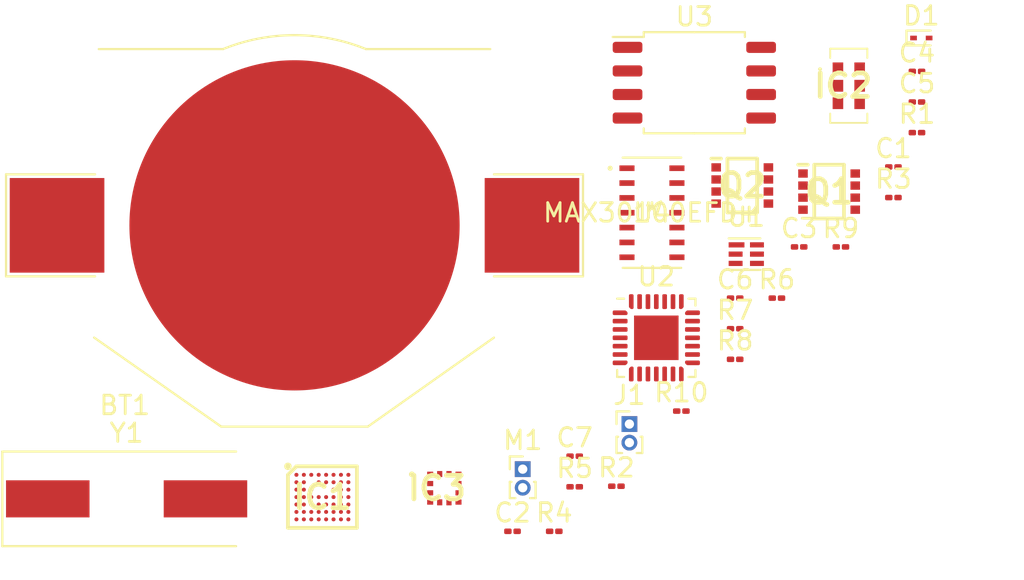
<source format=kicad_pcb>
(kicad_pcb (version 20171130) (host pcbnew "(5.1.10)-1")

  (general
    (thickness 1.6)
    (drawings 0)
    (tracks 0)
    (zones 0)
    (modules 31)
    (nets 124)
  )

  (page A4)
  (layers
    (0 F.Cu signal)
    (31 B.Cu signal)
    (32 B.Adhes user)
    (33 F.Adhes user)
    (34 B.Paste user)
    (35 F.Paste user)
    (36 B.SilkS user)
    (37 F.SilkS user)
    (38 B.Mask user)
    (39 F.Mask user)
    (40 Dwgs.User user)
    (41 Cmts.User user)
    (42 Eco1.User user)
    (43 Eco2.User user)
    (44 Edge.Cuts user)
    (45 Margin user)
    (46 B.CrtYd user)
    (47 F.CrtYd user)
    (48 B.Fab user)
    (49 F.Fab user)
  )

  (setup
    (last_trace_width 0.25)
    (trace_clearance 0.2)
    (zone_clearance 0.508)
    (zone_45_only no)
    (trace_min 0.2)
    (via_size 0.8)
    (via_drill 0.4)
    (via_min_size 0.4)
    (via_min_drill 0.3)
    (uvia_size 0.3)
    (uvia_drill 0.1)
    (uvias_allowed no)
    (uvia_min_size 0.2)
    (uvia_min_drill 0.1)
    (edge_width 0.05)
    (segment_width 0.2)
    (pcb_text_width 0.3)
    (pcb_text_size 1.5 1.5)
    (mod_edge_width 0.12)
    (mod_text_size 1 1)
    (mod_text_width 0.15)
    (pad_size 1.524 1.524)
    (pad_drill 0.762)
    (pad_to_mask_clearance 0)
    (aux_axis_origin 0 0)
    (visible_elements FFFFFF7F)
    (pcbplotparams
      (layerselection 0x010fc_ffffffff)
      (usegerberextensions false)
      (usegerberattributes true)
      (usegerberadvancedattributes true)
      (creategerberjobfile true)
      (excludeedgelayer true)
      (linewidth 0.100000)
      (plotframeref false)
      (viasonmask false)
      (mode 1)
      (useauxorigin false)
      (hpglpennumber 1)
      (hpglpenspeed 20)
      (hpglpendiameter 15.000000)
      (psnegative false)
      (psa4output false)
      (plotreference true)
      (plotvalue true)
      (plotinvisibletext false)
      (padsonsilk false)
      (subtractmaskfromsilk false)
      (outputformat 1)
      (mirror false)
      (drillshape 1)
      (scaleselection 1)
      (outputdirectory ""))
  )

  (net 0 "")
  (net 1 GND)
  (net 2 "Net-(C1-Pad1)")
  (net 3 GNDREF)
  (net 4 VBUS)
  (net 5 +3V3)
  (net 6 "Net-(C4-Pad2)")
  (net 7 "Net-(C5-Pad2)")
  (net 8 +1V8)
  (net 9 "Net-(D1-Pad1)")
  (net 10 "Net-(M1-Pad2)")
  (net 11 "Net-(Q1-Pad2)")
  (net 12 /SOCP)
  (net 13 "Net-(Q1-Pad4)")
  (net 14 "Net-(Q1-Pad3)")
  (net 15 +BATT)
  (net 16 "Net-(R5-Pad1)")
  (net 17 /MOTOR_DRIVE)
  (net 18 "Net-(Q2-Pad5)")
  (net 19 "Net-(R8-Pad1)")
  (net 20 "Net-(IC3-Pad3)")
  (net 21 /ACCEL_SCL)
  (net 22 /ACCEL_SDA)
  (net 23 "Net-(U1-Pad1)")
  (net 24 "Net-(U2-Pad28)")
  (net 25 "Net-(U2-Pad27)")
  (net 26 "Net-(U2-Pad26)")
  (net 27 "Net-(U2-Pad25)")
  (net 28 "Net-(U2-Pad24)")
  (net 29 "Net-(U2-Pad23)")
  (net 30 "Net-(U2-Pad22)")
  (net 31 "Net-(U2-Pad21)")
  (net 32 "Net-(U2-Pad20)")
  (net 33 "Net-(U2-Pad19)")
  (net 34 "Net-(U2-Pad17)")
  (net 35 "Net-(U2-Pad16)")
  (net 36 "Net-(U2-Pad15)")
  (net 37 "Net-(U2-Pad14)")
  (net 38 "Net-(U2-Pad13)")
  (net 39 "Net-(U2-Pad12)")
  (net 40 "Net-(U2-Pad11)")
  (net 41 "Net-(U2-Pad10)")
  (net 42 "Net-(U2-Pad9)")
  (net 43 "Net-(U2-Pad8)")
  (net 44 "Net-(U2-Pad7)")
  (net 45 "Net-(U2-Pad2)")
  (net 46 "Net-(U2-Pad1)")
  (net 47 /QSPI_IO3)
  (net 48 /QSPI_CLK)
  (net 49 /QSPI_IO0)
  (net 50 /QSPI_IO2)
  (net 51 /QSPI_IO1)
  (net 52 "Net-(IC1-PadG8)")
  (net 53 "Net-(IC1-PadG7)")
  (net 54 "Net-(IC1-PadG6)")
  (net 55 "Net-(IC1-PadG5)")
  (net 56 "Net-(IC1-PadG4)")
  (net 57 "Net-(IC1-PadG3)")
  (net 58 "Net-(IC1-PadG2)")
  (net 59 "Net-(IC1-PadG1)")
  (net 60 "Net-(IC1-PadF8)")
  (net 61 "Net-(IC1-PadF7)")
  (net 62 "Net-(IC1-PadF6)")
  (net 63 "Net-(IC1-PadF5)")
  (net 64 "Net-(IC1-PadF4)")
  (net 65 "Net-(IC1-PadF3)")
  (net 66 "Net-(IC1-PadF2)")
  (net 67 "Net-(IC1-PadF1)")
  (net 68 "Net-(IC1-PadE8)")
  (net 69 "Net-(IC1-PadE7)")
  (net 70 "Net-(IC1-PadE6)")
  (net 71 "Net-(IC1-PadE5)")
  (net 72 "Net-(IC1-PadE4)")
  (net 73 "Net-(IC1-PadE3)")
  (net 74 "Net-(IC1-PadE2)")
  (net 75 "Net-(IC1-PadE1)")
  (net 76 "Net-(IC1-PadD8)")
  (net 77 "Net-(IC1-PadD7)")
  (net 78 "Net-(IC1-PadD6)")
  (net 79 "Net-(IC1-PadD5)")
  (net 80 "Net-(IC1-PadD4)")
  (net 81 "Net-(IC1-PadD3)")
  (net 82 "Net-(IC1-PadD2)")
  (net 83 "Net-(IC1-PadD1)")
  (net 84 "Net-(IC1-PadC8)")
  (net 85 "Net-(IC1-PadC7)")
  (net 86 "Net-(IC1-PadC6)")
  (net 87 "Net-(IC1-PadC3)")
  (net 88 "Net-(IC1-PadC2)")
  (net 89 "Net-(IC1-PadC1)")
  (net 90 "Net-(IC1-PadB8)")
  (net 91 "Net-(IC1-PadB7)")
  (net 92 "Net-(IC1-PadB6)")
  (net 93 "Net-(IC1-PadB5)")
  (net 94 "Net-(IC1-PadB4)")
  (net 95 "Net-(IC1-PadB2)")
  (net 96 "Net-(IC1-PadB1)")
  (net 97 "Net-(IC1-PadA8)")
  (net 98 "Net-(IC1-PadA7)")
  (net 99 "Net-(IC1-PadA6)")
  (net 100 "Net-(IC1-PadA5)")
  (net 101 "Net-(IC1-PadA4)")
  (net 102 "Net-(IC1-PadA3)")
  (net 103 "Net-(IC1-PadA2)")
  (net 104 "Net-(IC1-PadA1)")
  (net 105 /MIC_SELECT)
  (net 106 /MIC_CLK)
  (net 107 /MIC_DATA)
  (net 108 "Net-(IC3-Pad11)")
  (net 109 "Net-(IC3-Pad8)")
  (net 110 "Net-(IC3-Pad6)")
  (net 111 "Net-(IC3-Pad5)")
  (net 112 "Net-(IC3-Pad4)")
  (net 113 "Net-(Q1-Pad5)")
  (net 114 "Net-(U4-Pad14)")
  (net 115 /HEART_INT)
  (net 116 "Net-(U4-Pad8)")
  (net 117 "Net-(U4-Pad7)")
  (net 118 "Net-(U4-Pad6)")
  (net 119 "Net-(U4-Pad5)")
  (net 120 GNDA)
  (net 121 /HEART_SDA)
  (net 122 /HEART_SCL)
  (net 123 "Net-(U4-Pad1)")

  (net_class Default "This is the default net class."
    (clearance 0.2)
    (trace_width 0.25)
    (via_dia 0.8)
    (via_drill 0.4)
    (uvia_dia 0.3)
    (uvia_drill 0.1)
    (add_net +1V8)
    (add_net +3V3)
    (add_net +BATT)
    (add_net /ACCEL_SCL)
    (add_net /ACCEL_SDA)
    (add_net /HEART_INT)
    (add_net /HEART_SCL)
    (add_net /HEART_SDA)
    (add_net /MIC_CLK)
    (add_net /MIC_DATA)
    (add_net /MIC_SELECT)
    (add_net /MOTOR_DRIVE)
    (add_net /QSPI_CLK)
    (add_net /QSPI_IO0)
    (add_net /QSPI_IO1)
    (add_net /QSPI_IO2)
    (add_net /QSPI_IO3)
    (add_net /SOCP)
    (add_net GND)
    (add_net GNDA)
    (add_net GNDREF)
    (add_net "Net-(C1-Pad1)")
    (add_net "Net-(C4-Pad2)")
    (add_net "Net-(C5-Pad2)")
    (add_net "Net-(D1-Pad1)")
    (add_net "Net-(IC1-PadA1)")
    (add_net "Net-(IC1-PadA2)")
    (add_net "Net-(IC1-PadA3)")
    (add_net "Net-(IC1-PadA4)")
    (add_net "Net-(IC1-PadA5)")
    (add_net "Net-(IC1-PadA6)")
    (add_net "Net-(IC1-PadA7)")
    (add_net "Net-(IC1-PadA8)")
    (add_net "Net-(IC1-PadB1)")
    (add_net "Net-(IC1-PadB2)")
    (add_net "Net-(IC1-PadB4)")
    (add_net "Net-(IC1-PadB5)")
    (add_net "Net-(IC1-PadB6)")
    (add_net "Net-(IC1-PadB7)")
    (add_net "Net-(IC1-PadB8)")
    (add_net "Net-(IC1-PadC1)")
    (add_net "Net-(IC1-PadC2)")
    (add_net "Net-(IC1-PadC3)")
    (add_net "Net-(IC1-PadC6)")
    (add_net "Net-(IC1-PadC7)")
    (add_net "Net-(IC1-PadC8)")
    (add_net "Net-(IC1-PadD1)")
    (add_net "Net-(IC1-PadD2)")
    (add_net "Net-(IC1-PadD3)")
    (add_net "Net-(IC1-PadD4)")
    (add_net "Net-(IC1-PadD5)")
    (add_net "Net-(IC1-PadD6)")
    (add_net "Net-(IC1-PadD7)")
    (add_net "Net-(IC1-PadD8)")
    (add_net "Net-(IC1-PadE1)")
    (add_net "Net-(IC1-PadE2)")
    (add_net "Net-(IC1-PadE3)")
    (add_net "Net-(IC1-PadE4)")
    (add_net "Net-(IC1-PadE5)")
    (add_net "Net-(IC1-PadE6)")
    (add_net "Net-(IC1-PadE7)")
    (add_net "Net-(IC1-PadE8)")
    (add_net "Net-(IC1-PadF1)")
    (add_net "Net-(IC1-PadF2)")
    (add_net "Net-(IC1-PadF3)")
    (add_net "Net-(IC1-PadF4)")
    (add_net "Net-(IC1-PadF5)")
    (add_net "Net-(IC1-PadF6)")
    (add_net "Net-(IC1-PadF7)")
    (add_net "Net-(IC1-PadF8)")
    (add_net "Net-(IC1-PadG1)")
    (add_net "Net-(IC1-PadG2)")
    (add_net "Net-(IC1-PadG3)")
    (add_net "Net-(IC1-PadG4)")
    (add_net "Net-(IC1-PadG5)")
    (add_net "Net-(IC1-PadG6)")
    (add_net "Net-(IC1-PadG7)")
    (add_net "Net-(IC1-PadG8)")
    (add_net "Net-(IC3-Pad11)")
    (add_net "Net-(IC3-Pad3)")
    (add_net "Net-(IC3-Pad4)")
    (add_net "Net-(IC3-Pad5)")
    (add_net "Net-(IC3-Pad6)")
    (add_net "Net-(IC3-Pad8)")
    (add_net "Net-(M1-Pad2)")
    (add_net "Net-(Q1-Pad2)")
    (add_net "Net-(Q1-Pad3)")
    (add_net "Net-(Q1-Pad4)")
    (add_net "Net-(Q1-Pad5)")
    (add_net "Net-(Q2-Pad5)")
    (add_net "Net-(R5-Pad1)")
    (add_net "Net-(R8-Pad1)")
    (add_net "Net-(U1-Pad1)")
    (add_net "Net-(U2-Pad1)")
    (add_net "Net-(U2-Pad10)")
    (add_net "Net-(U2-Pad11)")
    (add_net "Net-(U2-Pad12)")
    (add_net "Net-(U2-Pad13)")
    (add_net "Net-(U2-Pad14)")
    (add_net "Net-(U2-Pad15)")
    (add_net "Net-(U2-Pad16)")
    (add_net "Net-(U2-Pad17)")
    (add_net "Net-(U2-Pad19)")
    (add_net "Net-(U2-Pad2)")
    (add_net "Net-(U2-Pad20)")
    (add_net "Net-(U2-Pad21)")
    (add_net "Net-(U2-Pad22)")
    (add_net "Net-(U2-Pad23)")
    (add_net "Net-(U2-Pad24)")
    (add_net "Net-(U2-Pad25)")
    (add_net "Net-(U2-Pad26)")
    (add_net "Net-(U2-Pad27)")
    (add_net "Net-(U2-Pad28)")
    (add_net "Net-(U2-Pad7)")
    (add_net "Net-(U2-Pad8)")
    (add_net "Net-(U2-Pad9)")
    (add_net "Net-(U4-Pad1)")
    (add_net "Net-(U4-Pad14)")
    (add_net "Net-(U4-Pad5)")
    (add_net "Net-(U4-Pad6)")
    (add_net "Net-(U4-Pad7)")
    (add_net "Net-(U4-Pad8)")
    (add_net VBUS)
  )

  (module Crystal:Crystal_SMD_HC49-SD (layer F.Cu) (tedit 5A1AD52C) (tstamp 61A78C30)
    (at 75.405001 -14.054999)
    (descr "SMD Crystal HC-49-SD http://cdn-reichelt.de/documents/datenblatt/B400/xxx-HC49-SMD.pdf, 11.4x4.7mm^2 package")
    (tags "SMD SMT crystal")
    (path /619E695E)
    (attr smd)
    (fp_text reference Y1 (at 0 -3.55) (layer F.SilkS)
      (effects (font (size 1 1) (thickness 0.15)))
    )
    (fp_text value 16Mhz (at 0 3.55) (layer F.Fab)
      (effects (font (size 1 1) (thickness 0.15)))
    )
    (fp_arc (start 3.015 0) (end 3.015 -2.115) (angle 180) (layer F.Fab) (width 0.1))
    (fp_arc (start -3.015 0) (end -3.015 -2.115) (angle -180) (layer F.Fab) (width 0.1))
    (fp_text user %R (at 0 0) (layer F.Fab)
      (effects (font (size 1 1) (thickness 0.15)))
    )
    (fp_line (start -5.7 -2.35) (end -5.7 2.35) (layer F.Fab) (width 0.1))
    (fp_line (start -5.7 2.35) (end 5.7 2.35) (layer F.Fab) (width 0.1))
    (fp_line (start 5.7 2.35) (end 5.7 -2.35) (layer F.Fab) (width 0.1))
    (fp_line (start 5.7 -2.35) (end -5.7 -2.35) (layer F.Fab) (width 0.1))
    (fp_line (start -3.015 -2.115) (end 3.015 -2.115) (layer F.Fab) (width 0.1))
    (fp_line (start -3.015 2.115) (end 3.015 2.115) (layer F.Fab) (width 0.1))
    (fp_line (start 5.9 -2.55) (end -6.7 -2.55) (layer F.SilkS) (width 0.12))
    (fp_line (start -6.7 -2.55) (end -6.7 2.55) (layer F.SilkS) (width 0.12))
    (fp_line (start -6.7 2.55) (end 5.9 2.55) (layer F.SilkS) (width 0.12))
    (fp_line (start -6.8 -2.6) (end -6.8 2.6) (layer F.CrtYd) (width 0.05))
    (fp_line (start -6.8 2.6) (end 6.8 2.6) (layer F.CrtYd) (width 0.05))
    (fp_line (start 6.8 2.6) (end 6.8 -2.6) (layer F.CrtYd) (width 0.05))
    (fp_line (start 6.8 -2.6) (end -6.8 -2.6) (layer F.CrtYd) (width 0.05))
    (pad 2 smd rect (at 4.25 0) (size 4.5 2) (layers F.Cu F.Paste F.Mask)
      (net 7 "Net-(C5-Pad2)"))
    (pad 1 smd rect (at -4.25 0) (size 4.5 2) (layers F.Cu F.Paste F.Mask)
      (net 6 "Net-(C4-Pad2)"))
    (model ${KISYS3DMOD}/Crystal.3dshapes/Crystal_SMD_HC49-SD.wrl
      (at (xyz 0 0 0))
      (scale (xyz 1 1 1))
      (rotate (xyz 0 0 0))
    )
  )

  (module MAX30100:MAX30100EFD&plus_ (layer F.Cu) (tedit 0) (tstamp 61A78C1A)
    (at 103.720401 -29.476199)
    (path /61537A23)
    (fp_text reference U4 (at 0 0) (layer F.SilkS)
      (effects (font (size 1 1) (thickness 0.15)))
    )
    (fp_text value MAX30100EFD+ (at 0 0) (layer F.SilkS)
      (effects (font (size 1 1) (thickness 0.15)))
    )
    (fp_arc (start 0 -2.8448) (end -0.3048 -2.8448) (angle -180) (layer F.Fab) (width 0.1))
    (fp_arc (start 0 -2.8448) (end -0.2413 -2.8448) (angle -180) (layer F.CrtYd) (width 0.05))
    (fp_text user 0.032in/0.813mm (at -1.3462 4.6228) (layer Dwgs.User)
      (effects (font (size 1 1) (thickness 0.15)))
    )
    (fp_text user 0.106in/2.692mm (at 0 -5.2578) (layer Dwgs.User)
      (effects (font (size 1 1) (thickness 0.15)))
    )
    (fp_text user 0.012in/0.305mm (at 4.3942 -2.4) (layer Dwgs.User)
      (effects (font (size 1 1) (thickness 0.15)))
    )
    (fp_text user 0.031in/0.8mm (at -4.3942 -2) (layer Dwgs.User)
      (effects (font (size 1 1) (thickness 0.15)))
    )
    (fp_text user * (at 0 0) (layer F.Fab)
      (effects (font (size 1 1) (thickness 0.15)))
    )
    (fp_text user * (at 0 0) (layer F.SilkS)
      (effects (font (size 1 1) (thickness 0.15)))
    )
    (fp_text user "Copyright 2021 Accelerated Designs. All rights reserved." (at 0 0) (layer Cmts.User)
      (effects (font (size 0.127 0.127) (thickness 0.002)))
    )
    (fp_line (start -1.5748 2.9718) (end 1.5748 2.9718) (layer F.SilkS) (width 0.12))
    (fp_line (start 1.5748 -2.9718) (end -1.5748 -2.9718) (layer F.SilkS) (width 0.12))
    (fp_line (start -1.4478 2.8448) (end 1.4478 2.8448) (layer F.Fab) (width 0.1))
    (fp_line (start 1.4478 2.8448) (end 1.4478 -2.8448) (layer F.Fab) (width 0.1))
    (fp_line (start 1.4478 -2.8448) (end -1.4478 -2.8448) (layer F.Fab) (width 0.1))
    (fp_line (start -1.4478 -2.8448) (end -1.4478 2.8448) (layer F.Fab) (width 0.1))
    (fp_line (start -2.0066 2.8064) (end -2.0066 -2.8064) (layer F.CrtYd) (width 0.05))
    (fp_line (start -2.0066 -2.8064) (end -1.7018 -2.8064) (layer F.CrtYd) (width 0.05))
    (fp_line (start -1.7018 -2.8064) (end -1.7018 -3.0988) (layer F.CrtYd) (width 0.05))
    (fp_line (start -1.7018 -3.0988) (end 1.7018 -3.0988) (layer F.CrtYd) (width 0.05))
    (fp_line (start 1.7018 -3.0988) (end 1.7018 -2.8064) (layer F.CrtYd) (width 0.05))
    (fp_line (start 1.7018 -2.8064) (end 2.0066 -2.8064) (layer F.CrtYd) (width 0.05))
    (fp_line (start 2.0066 -2.8064) (end 2.0066 2.8064) (layer F.CrtYd) (width 0.05))
    (fp_line (start 2.0066 2.8064) (end 1.7018 2.8064) (layer F.CrtYd) (width 0.05))
    (fp_line (start 1.7018 2.8064) (end 1.7018 3.0988) (layer F.CrtYd) (width 0.05))
    (fp_line (start 1.7018 3.0988) (end -1.7018 3.0988) (layer F.CrtYd) (width 0.05))
    (fp_line (start -1.7018 3.0988) (end -1.7018 2.8064) (layer F.CrtYd) (width 0.05))
    (fp_line (start -1.7018 2.8064) (end -2.0066 2.8064) (layer F.CrtYd) (width 0.05))
    (fp_circle (center -2.2542 -2.4) (end -2.178 -2.4) (layer F.CrtYd) (width 0.05))
    (fp_circle (center -2.2542 -2.4) (end -2.178 -2.4) (layer F.SilkS) (width 0.12))
    (fp_circle (center -0.9398 -2.4) (end -0.8636 -2.4) (layer F.Fab) (width 0.1))
    (pad 14 smd rect (at 1.3462 -2.4) (size 0.8128 0.3048) (layers F.Cu F.Paste F.Mask)
      (net 114 "Net-(U4-Pad14)"))
    (pad 13 smd rect (at 1.3462 -1.599999) (size 0.8128 0.3048) (layers F.Cu F.Paste F.Mask)
      (net 115 /HEART_INT))
    (pad 12 smd rect (at 1.3462 -0.799998) (size 0.8128 0.3048) (layers F.Cu F.Paste F.Mask)
      (net 3 GNDREF))
    (pad 11 smd rect (at 1.3462 0) (size 0.8128 0.3048) (layers F.Cu F.Paste F.Mask)
      (net 8 +1V8))
    (pad 10 smd rect (at 1.3462 0.800001) (size 0.8128 0.3048) (layers F.Cu F.Paste F.Mask)
      (net 5 +3V3))
    (pad 9 smd rect (at 1.3462 1.599999) (size 0.8128 0.3048) (layers F.Cu F.Paste F.Mask)
      (net 5 +3V3))
    (pad 8 smd rect (at 1.3462 2.4) (size 0.8128 0.3048) (layers F.Cu F.Paste F.Mask)
      (net 116 "Net-(U4-Pad8)"))
    (pad 7 smd rect (at -1.3462 2.4) (size 0.8128 0.3048) (layers F.Cu F.Paste F.Mask)
      (net 117 "Net-(U4-Pad7)"))
    (pad 6 smd rect (at -1.3462 1.599999) (size 0.8128 0.3048) (layers F.Cu F.Paste F.Mask)
      (net 118 "Net-(U4-Pad6)"))
    (pad 5 smd rect (at -1.3462 0.799998) (size 0.8128 0.3048) (layers F.Cu F.Paste F.Mask)
      (net 119 "Net-(U4-Pad5)"))
    (pad 4 smd rect (at -1.3462 0) (size 0.8128 0.3048) (layers F.Cu F.Paste F.Mask)
      (net 120 GNDA))
    (pad 3 smd rect (at -1.3462 -0.800001) (size 0.8128 0.3048) (layers F.Cu F.Paste F.Mask)
      (net 121 /HEART_SDA))
    (pad 2 smd rect (at -1.3462 -1.599999) (size 0.8128 0.3048) (layers F.Cu F.Paste F.Mask)
      (net 122 /HEART_SCL))
    (pad 1 smd rect (at -1.3462 -2.4) (size 0.8128 0.3048) (layers F.Cu F.Paste F.Mask)
      (net 123 "Net-(U4-Pad1)"))
  )

  (module Package_SO:SOIC-8_5.23x5.23mm_P1.27mm (layer F.Cu) (tedit 5D9F72B1) (tstamp 61A78BEA)
    (at 106.005001 -36.484999)
    (descr "SOIC, 8 Pin (http://www.winbond.com/resource-files/w25q32jv%20revg%2003272018%20plus.pdf#page=68), generated with kicad-footprint-generator ipc_gullwing_generator.py")
    (tags "SOIC SO")
    (path /61536293)
    (attr smd)
    (fp_text reference U3 (at 0 -3.56) (layer F.SilkS)
      (effects (font (size 1 1) (thickness 0.15)))
    )
    (fp_text value W25Q128JVS (at 0 3.56) (layer F.Fab)
      (effects (font (size 1 1) (thickness 0.15)))
    )
    (fp_text user %R (at 0 0) (layer F.Fab)
      (effects (font (size 1 1) (thickness 0.15)))
    )
    (fp_line (start 0 2.725) (end 2.725 2.725) (layer F.SilkS) (width 0.12))
    (fp_line (start 2.725 2.725) (end 2.725 2.465) (layer F.SilkS) (width 0.12))
    (fp_line (start 0 2.725) (end -2.725 2.725) (layer F.SilkS) (width 0.12))
    (fp_line (start -2.725 2.725) (end -2.725 2.465) (layer F.SilkS) (width 0.12))
    (fp_line (start 0 -2.725) (end 2.725 -2.725) (layer F.SilkS) (width 0.12))
    (fp_line (start 2.725 -2.725) (end 2.725 -2.465) (layer F.SilkS) (width 0.12))
    (fp_line (start 0 -2.725) (end -2.725 -2.725) (layer F.SilkS) (width 0.12))
    (fp_line (start -2.725 -2.725) (end -2.725 -2.465) (layer F.SilkS) (width 0.12))
    (fp_line (start -2.725 -2.465) (end -4.4 -2.465) (layer F.SilkS) (width 0.12))
    (fp_line (start -1.615 -2.615) (end 2.615 -2.615) (layer F.Fab) (width 0.1))
    (fp_line (start 2.615 -2.615) (end 2.615 2.615) (layer F.Fab) (width 0.1))
    (fp_line (start 2.615 2.615) (end -2.615 2.615) (layer F.Fab) (width 0.1))
    (fp_line (start -2.615 2.615) (end -2.615 -1.615) (layer F.Fab) (width 0.1))
    (fp_line (start -2.615 -1.615) (end -1.615 -2.615) (layer F.Fab) (width 0.1))
    (fp_line (start -4.65 -2.86) (end -4.65 2.86) (layer F.CrtYd) (width 0.05))
    (fp_line (start -4.65 2.86) (end 4.65 2.86) (layer F.CrtYd) (width 0.05))
    (fp_line (start 4.65 2.86) (end 4.65 -2.86) (layer F.CrtYd) (width 0.05))
    (fp_line (start 4.65 -2.86) (end -4.65 -2.86) (layer F.CrtYd) (width 0.05))
    (pad 8 smd roundrect (at 3.6 -1.905) (size 1.6 0.6) (layers F.Cu F.Paste F.Mask) (roundrect_rratio 0.25)
      (net 5 +3V3))
    (pad 7 smd roundrect (at 3.6 -0.635) (size 1.6 0.6) (layers F.Cu F.Paste F.Mask) (roundrect_rratio 0.25)
      (net 47 /QSPI_IO3))
    (pad 6 smd roundrect (at 3.6 0.635) (size 1.6 0.6) (layers F.Cu F.Paste F.Mask) (roundrect_rratio 0.25)
      (net 48 /QSPI_CLK))
    (pad 5 smd roundrect (at 3.6 1.905) (size 1.6 0.6) (layers F.Cu F.Paste F.Mask) (roundrect_rratio 0.25)
      (net 49 /QSPI_IO0))
    (pad 4 smd roundrect (at -3.6 1.905) (size 1.6 0.6) (layers F.Cu F.Paste F.Mask) (roundrect_rratio 0.25)
      (net 3 GNDREF))
    (pad 3 smd roundrect (at -3.6 0.635) (size 1.6 0.6) (layers F.Cu F.Paste F.Mask) (roundrect_rratio 0.25)
      (net 50 /QSPI_IO2))
    (pad 2 smd roundrect (at -3.6 -0.635) (size 1.6 0.6) (layers F.Cu F.Paste F.Mask) (roundrect_rratio 0.25)
      (net 51 /QSPI_IO1))
    (pad 1 smd roundrect (at -3.6 -1.905) (size 1.6 0.6) (layers F.Cu F.Paste F.Mask) (roundrect_rratio 0.25)
      (net 19 "Net-(R8-Pad1)"))
    (model ${KISYS3DMOD}/Package_SO.3dshapes/SOIC-8_5.23x5.23mm_P1.27mm.wrl
      (at (xyz 0 0 0))
      (scale (xyz 1 1 1))
      (rotate (xyz 0 0 0))
    )
  )

  (module Package_DFN_QFN:QFN-28-1EP_4x4mm_P0.45mm_EP2.4x2.4mm (layer F.Cu) (tedit 5DC5F6A4) (tstamp 61A78BCB)
    (at 103.955001 -22.734999)
    (descr "QFN, 28 Pin (http://ww1.microchip.com/downloads/en/DeviceDoc/8008S.pdf#page=16), generated with kicad-footprint-generator ipc_noLead_generator.py")
    (tags "QFN NoLead")
    (path /619D5CE5)
    (attr smd)
    (fp_text reference U2 (at 0 -3.3) (layer F.SilkS)
      (effects (font (size 1 1) (thickness 0.15)))
    )
    (fp_text value ATmega328P-MMH (at 0 3.3) (layer F.Fab)
      (effects (font (size 1 1) (thickness 0.15)))
    )
    (fp_text user %R (at 0 0) (layer F.Fab)
      (effects (font (size 1 1) (thickness 0.15)))
    )
    (fp_line (start 1.735 -2.11) (end 2.11 -2.11) (layer F.SilkS) (width 0.12))
    (fp_line (start 2.11 -2.11) (end 2.11 -1.735) (layer F.SilkS) (width 0.12))
    (fp_line (start -1.735 2.11) (end -2.11 2.11) (layer F.SilkS) (width 0.12))
    (fp_line (start -2.11 2.11) (end -2.11 1.735) (layer F.SilkS) (width 0.12))
    (fp_line (start 1.735 2.11) (end 2.11 2.11) (layer F.SilkS) (width 0.12))
    (fp_line (start 2.11 2.11) (end 2.11 1.735) (layer F.SilkS) (width 0.12))
    (fp_line (start -1.735 -2.11) (end -2.11 -2.11) (layer F.SilkS) (width 0.12))
    (fp_line (start -1 -2) (end 2 -2) (layer F.Fab) (width 0.1))
    (fp_line (start 2 -2) (end 2 2) (layer F.Fab) (width 0.1))
    (fp_line (start 2 2) (end -2 2) (layer F.Fab) (width 0.1))
    (fp_line (start -2 2) (end -2 -1) (layer F.Fab) (width 0.1))
    (fp_line (start -2 -1) (end -1 -2) (layer F.Fab) (width 0.1))
    (fp_line (start -2.6 -2.6) (end -2.6 2.6) (layer F.CrtYd) (width 0.05))
    (fp_line (start -2.6 2.6) (end 2.6 2.6) (layer F.CrtYd) (width 0.05))
    (fp_line (start 2.6 2.6) (end 2.6 -2.6) (layer F.CrtYd) (width 0.05))
    (fp_line (start 2.6 -2.6) (end -2.6 -2.6) (layer F.CrtYd) (width 0.05))
    (pad "" smd roundrect (at 0.6 0.6) (size 0.97 0.97) (layers F.Paste) (roundrect_rratio 0.25))
    (pad "" smd roundrect (at 0.6 -0.6) (size 0.97 0.97) (layers F.Paste) (roundrect_rratio 0.25))
    (pad "" smd roundrect (at -0.6 0.6) (size 0.97 0.97) (layers F.Paste) (roundrect_rratio 0.25))
    (pad "" smd roundrect (at -0.6 -0.6) (size 0.97 0.97) (layers F.Paste) (roundrect_rratio 0.25))
    (pad 29 smd rect (at 0 0) (size 2.4 2.4) (layers F.Cu F.Mask)
      (net 1 GND))
    (pad 28 smd custom (at -1.35 -1.95) (size 0.179289 0.179289) (layers F.Cu F.Paste F.Mask)
      (net 24 "Net-(U2-Pad28)")
      (options (clearance outline) (anchor circle))
      (primitives
        (gr_poly (pts
           (xy -0.0625 -0.3375) (xy 0.0625 -0.3375) (xy 0.0625 0.3375) (xy 0.000888 0.3375) (xy -0.0625 0.274112)
) (width 0.125))
      ))
    (pad 27 smd roundrect (at -0.9 -1.95) (size 0.25 0.8) (layers F.Cu F.Paste F.Mask) (roundrect_rratio 0.25)
      (net 25 "Net-(U2-Pad27)"))
    (pad 26 smd roundrect (at -0.45 -1.95) (size 0.25 0.8) (layers F.Cu F.Paste F.Mask) (roundrect_rratio 0.25)
      (net 26 "Net-(U2-Pad26)"))
    (pad 25 smd roundrect (at 0 -1.95) (size 0.25 0.8) (layers F.Cu F.Paste F.Mask) (roundrect_rratio 0.25)
      (net 27 "Net-(U2-Pad25)"))
    (pad 24 smd roundrect (at 0.45 -1.95) (size 0.25 0.8) (layers F.Cu F.Paste F.Mask) (roundrect_rratio 0.25)
      (net 28 "Net-(U2-Pad24)"))
    (pad 23 smd roundrect (at 0.9 -1.95) (size 0.25 0.8) (layers F.Cu F.Paste F.Mask) (roundrect_rratio 0.25)
      (net 29 "Net-(U2-Pad23)"))
    (pad 22 smd custom (at 1.35 -1.95) (size 0.179289 0.179289) (layers F.Cu F.Paste F.Mask)
      (net 30 "Net-(U2-Pad22)")
      (options (clearance outline) (anchor circle))
      (primitives
        (gr_poly (pts
           (xy -0.0625 -0.3375) (xy 0.0625 -0.3375) (xy 0.0625 0.274112) (xy -0.000888 0.3375) (xy -0.0625 0.3375)
) (width 0.125))
      ))
    (pad 21 smd custom (at 1.95 -1.35) (size 0.179289 0.179289) (layers F.Cu F.Paste F.Mask)
      (net 31 "Net-(U2-Pad21)")
      (options (clearance outline) (anchor circle))
      (primitives
        (gr_poly (pts
           (xy -0.3375 0.000888) (xy -0.274112 -0.0625) (xy 0.3375 -0.0625) (xy 0.3375 0.0625) (xy -0.3375 0.0625)
) (width 0.125))
      ))
    (pad 20 smd roundrect (at 1.95 -0.9) (size 0.8 0.25) (layers F.Cu F.Paste F.Mask) (roundrect_rratio 0.25)
      (net 32 "Net-(U2-Pad20)"))
    (pad 19 smd roundrect (at 1.95 -0.45) (size 0.8 0.25) (layers F.Cu F.Paste F.Mask) (roundrect_rratio 0.25)
      (net 33 "Net-(U2-Pad19)"))
    (pad 18 smd roundrect (at 1.95 0) (size 0.8 0.25) (layers F.Cu F.Paste F.Mask) (roundrect_rratio 0.25)
      (net 1 GND))
    (pad 17 smd roundrect (at 1.95 0.45) (size 0.8 0.25) (layers F.Cu F.Paste F.Mask) (roundrect_rratio 0.25)
      (net 34 "Net-(U2-Pad17)"))
    (pad 16 smd roundrect (at 1.95 0.9) (size 0.8 0.25) (layers F.Cu F.Paste F.Mask) (roundrect_rratio 0.25)
      (net 35 "Net-(U2-Pad16)"))
    (pad 15 smd custom (at 1.95 1.35) (size 0.179289 0.179289) (layers F.Cu F.Paste F.Mask)
      (net 36 "Net-(U2-Pad15)")
      (options (clearance outline) (anchor circle))
      (primitives
        (gr_poly (pts
           (xy -0.3375 -0.0625) (xy 0.3375 -0.0625) (xy 0.3375 0.0625) (xy -0.274112 0.0625) (xy -0.3375 -0.000888)
) (width 0.125))
      ))
    (pad 14 smd custom (at 1.35 1.95) (size 0.179289 0.179289) (layers F.Cu F.Paste F.Mask)
      (net 37 "Net-(U2-Pad14)")
      (options (clearance outline) (anchor circle))
      (primitives
        (gr_poly (pts
           (xy -0.0625 -0.3375) (xy -0.000888 -0.3375) (xy 0.0625 -0.274112) (xy 0.0625 0.3375) (xy -0.0625 0.3375)
) (width 0.125))
      ))
    (pad 13 smd roundrect (at 0.9 1.95) (size 0.25 0.8) (layers F.Cu F.Paste F.Mask) (roundrect_rratio 0.25)
      (net 38 "Net-(U2-Pad13)"))
    (pad 12 smd roundrect (at 0.45 1.95) (size 0.25 0.8) (layers F.Cu F.Paste F.Mask) (roundrect_rratio 0.25)
      (net 39 "Net-(U2-Pad12)"))
    (pad 11 smd roundrect (at 0 1.95) (size 0.25 0.8) (layers F.Cu F.Paste F.Mask) (roundrect_rratio 0.25)
      (net 40 "Net-(U2-Pad11)"))
    (pad 10 smd roundrect (at -0.45 1.95) (size 0.25 0.8) (layers F.Cu F.Paste F.Mask) (roundrect_rratio 0.25)
      (net 41 "Net-(U2-Pad10)"))
    (pad 9 smd roundrect (at -0.9 1.95) (size 0.25 0.8) (layers F.Cu F.Paste F.Mask) (roundrect_rratio 0.25)
      (net 42 "Net-(U2-Pad9)"))
    (pad 8 smd custom (at -1.35 1.95) (size 0.179289 0.179289) (layers F.Cu F.Paste F.Mask)
      (net 43 "Net-(U2-Pad8)")
      (options (clearance outline) (anchor circle))
      (primitives
        (gr_poly (pts
           (xy -0.0625 -0.274112) (xy 0.000888 -0.3375) (xy 0.0625 -0.3375) (xy 0.0625 0.3375) (xy -0.0625 0.3375)
) (width 0.125))
      ))
    (pad 7 smd custom (at -1.95 1.35) (size 0.179289 0.179289) (layers F.Cu F.Paste F.Mask)
      (net 44 "Net-(U2-Pad7)")
      (options (clearance outline) (anchor circle))
      (primitives
        (gr_poly (pts
           (xy -0.3375 -0.0625) (xy 0.3375 -0.0625) (xy 0.3375 -0.000888) (xy 0.274112 0.0625) (xy -0.3375 0.0625)
) (width 0.125))
      ))
    (pad 6 smd roundrect (at -1.95 0.9) (size 0.8 0.25) (layers F.Cu F.Paste F.Mask) (roundrect_rratio 0.25)
      (net 7 "Net-(C5-Pad2)"))
    (pad 5 smd roundrect (at -1.95 0.45) (size 0.8 0.25) (layers F.Cu F.Paste F.Mask) (roundrect_rratio 0.25)
      (net 6 "Net-(C4-Pad2)"))
    (pad 4 smd roundrect (at -1.95 0) (size 0.8 0.25) (layers F.Cu F.Paste F.Mask) (roundrect_rratio 0.25)
      (net 1 GND))
    (pad 3 smd roundrect (at -1.95 -0.45) (size 0.8 0.25) (layers F.Cu F.Paste F.Mask) (roundrect_rratio 0.25)
      (net 5 +3V3))
    (pad 2 smd roundrect (at -1.95 -0.9) (size 0.8 0.25) (layers F.Cu F.Paste F.Mask) (roundrect_rratio 0.25)
      (net 45 "Net-(U2-Pad2)"))
    (pad 1 smd custom (at -1.95 -1.35) (size 0.179289 0.179289) (layers F.Cu F.Paste F.Mask)
      (net 46 "Net-(U2-Pad1)")
      (options (clearance outline) (anchor circle))
      (primitives
        (gr_poly (pts
           (xy -0.3375 -0.0625) (xy 0.274112 -0.0625) (xy 0.3375 0.000888) (xy 0.3375 0.0625) (xy -0.3375 0.0625)
) (width 0.125))
      ))
    (model ${KISYS3DMOD}/Package_DFN_QFN.3dshapes/QFN-28-1EP_4x4mm_P0.45mm_EP2.4x2.4mm.wrl
      (at (xyz 0 0 0))
      (scale (xyz 1 1 1))
      (rotate (xyz 0 0 0))
    )
  )

  (module Package_SON:WSON-6_1.5x1.5mm_P0.5mm (layer F.Cu) (tedit 5A02F1D8) (tstamp 61A78B95)
    (at 108.805001 -27.244999)
    (descr "WSON6, http://www.ti.com/lit/ds/symlink/tlv702.pdf")
    (tags WSON6_1.5x1.5mm_P0.5mm)
    (path /6153564A)
    (attr smd)
    (fp_text reference U1 (at 0 -2) (layer F.SilkS)
      (effects (font (size 1 1) (thickness 0.15)))
    )
    (fp_text value BQ297xy (at 0 2) (layer F.Fab)
      (effects (font (size 1 1) (thickness 0.15)))
    )
    (fp_text user %R (at 0.005 0) (layer F.Fab)
      (effects (font (size 0.4 0.4) (thickness 0.05)))
    )
    (fp_line (start -0.945 -0.85) (end 0.755 -0.85) (layer F.SilkS) (width 0.12))
    (fp_line (start -0.795 0.85) (end 0.755 0.85) (layer F.SilkS) (width 0.12))
    (fp_line (start -0.495 -0.78) (end -0.775 -0.5) (layer F.Fab) (width 0.1))
    (fp_line (start 0.785 -0.78) (end -0.495 -0.78) (layer F.Fab) (width 0.1))
    (fp_line (start -0.775 -0.5) (end -0.775 0.78) (layer F.Fab) (width 0.1))
    (fp_line (start -0.775 0.78) (end 0.785 0.78) (layer F.Fab) (width 0.1))
    (fp_line (start 0.785 -0.78) (end 0.785 0.78) (layer F.Fab) (width 0.1))
    (fp_line (start 1.2 -1.02) (end 1.2 1.02) (layer F.CrtYd) (width 0.05))
    (fp_line (start 1.2 -1.02) (end -1.2 -1.02) (layer F.CrtYd) (width 0.05))
    (fp_line (start -1.2 1.02) (end 1.2 1.02) (layer F.CrtYd) (width 0.05))
    (fp_line (start -1.2 1.02) (end -1.2 -1.02) (layer F.CrtYd) (width 0.05))
    (pad 6 smd rect (at 0.575 -0.5 270) (size 0.28 0.75) (layers F.Cu F.Paste F.Mask)
      (net 16 "Net-(R5-Pad1)"))
    (pad 5 smd rect (at 0.575 0 270) (size 0.28 0.75) (layers F.Cu F.Paste F.Mask)
      (net 2 "Net-(C1-Pad1)"))
    (pad 4 smd rect (at 0.575 0.5 270) (size 0.28 0.75) (layers F.Cu F.Paste F.Mask)
      (net 1 GND))
    (pad 3 smd rect (at -0.575 0.5 270) (size 0.28 0.75) (layers F.Cu F.Paste F.Mask)
      (net 14 "Net-(Q1-Pad3)"))
    (pad 2 smd rect (at -0.575 0 270) (size 0.28 0.75) (layers F.Cu F.Paste F.Mask)
      (net 11 "Net-(Q1-Pad2)"))
    (pad 1 smd rect (at -0.525 -0.5 270) (size 0.28 0.85) (layers F.Cu F.Paste F.Mask)
      (net 23 "Net-(U1-Pad1)"))
    (model ${KISYS3DMOD}/Package_SON.3dshapes/WSON-6_1.5x1.5mm_P0.5mm.wrl
      (at (xyz 0 0 0))
      (scale (xyz 1 1 1))
      (rotate (xyz 0 0 0))
    )
  )

  (module Resistor_SMD:R_01005_0402Metric (layer F.Cu) (tedit 5F68FEEE) (tstamp 61A78B7F)
    (at 105.305001 -18.784999)
    (descr "Resistor SMD 01005 (0402 Metric), square (rectangular) end terminal, IPC_7351 nominal, (Body size source: http://www.vishay.com/docs/20056/crcw01005e3.pdf), generated with kicad-footprint-generator")
    (tags resistor)
    (path /615D9249)
    (attr smd)
    (fp_text reference R10 (at 0 -1) (layer F.SilkS)
      (effects (font (size 1 1) (thickness 0.15)))
    )
    (fp_text value 4.7K (at 0 1) (layer F.Fab)
      (effects (font (size 1 1) (thickness 0.15)))
    )
    (fp_text user %R (at 0 -0.62) (layer F.Fab)
      (effects (font (size 0.25 0.25) (thickness 0.04)))
    )
    (fp_line (start -0.2 0.1) (end -0.2 -0.1) (layer F.Fab) (width 0.1))
    (fp_line (start -0.2 -0.1) (end 0.2 -0.1) (layer F.Fab) (width 0.1))
    (fp_line (start 0.2 -0.1) (end 0.2 0.1) (layer F.Fab) (width 0.1))
    (fp_line (start 0.2 0.1) (end -0.2 0.1) (layer F.Fab) (width 0.1))
    (fp_line (start -0.6 0.3) (end -0.6 -0.3) (layer F.CrtYd) (width 0.05))
    (fp_line (start -0.6 -0.3) (end 0.6 -0.3) (layer F.CrtYd) (width 0.05))
    (fp_line (start 0.6 -0.3) (end 0.6 0.3) (layer F.CrtYd) (width 0.05))
    (fp_line (start 0.6 0.3) (end -0.6 0.3) (layer F.CrtYd) (width 0.05))
    (pad 2 smd roundrect (at 0.25 0) (size 0.4 0.3) (layers F.Cu F.Mask) (roundrect_rratio 0.25)
      (net 20 "Net-(IC3-Pad3)"))
    (pad 1 smd roundrect (at -0.25 0) (size 0.4 0.3) (layers F.Cu F.Mask) (roundrect_rratio 0.25)
      (net 22 /ACCEL_SDA))
    (pad "" smd roundrect (at 0.275 0) (size 0.27 0.27) (layers F.Paste) (roundrect_rratio 0.25))
    (pad "" smd roundrect (at -0.275 0) (size 0.27 0.27) (layers F.Paste) (roundrect_rratio 0.25))
    (model ${KISYS3DMOD}/Resistor_SMD.3dshapes/R_01005_0402Metric.wrl
      (at (xyz 0 0 0))
      (scale (xyz 1 1 1))
      (rotate (xyz 0 0 0))
    )
  )

  (module Resistor_SMD:R_01005_0402Metric (layer F.Cu) (tedit 5F68FEEE) (tstamp 61A78B6E)
    (at 113.905001 -27.634999)
    (descr "Resistor SMD 01005 (0402 Metric), square (rectangular) end terminal, IPC_7351 nominal, (Body size source: http://www.vishay.com/docs/20056/crcw01005e3.pdf), generated with kicad-footprint-generator")
    (tags resistor)
    (path /615D8BCE)
    (attr smd)
    (fp_text reference R9 (at 0 -1) (layer F.SilkS)
      (effects (font (size 1 1) (thickness 0.15)))
    )
    (fp_text value 4.7K (at 0 1) (layer F.Fab)
      (effects (font (size 1 1) (thickness 0.15)))
    )
    (fp_text user %R (at 0 -0.62) (layer F.Fab)
      (effects (font (size 0.25 0.25) (thickness 0.04)))
    )
    (fp_line (start -0.2 0.1) (end -0.2 -0.1) (layer F.Fab) (width 0.1))
    (fp_line (start -0.2 -0.1) (end 0.2 -0.1) (layer F.Fab) (width 0.1))
    (fp_line (start 0.2 -0.1) (end 0.2 0.1) (layer F.Fab) (width 0.1))
    (fp_line (start 0.2 0.1) (end -0.2 0.1) (layer F.Fab) (width 0.1))
    (fp_line (start -0.6 0.3) (end -0.6 -0.3) (layer F.CrtYd) (width 0.05))
    (fp_line (start -0.6 -0.3) (end 0.6 -0.3) (layer F.CrtYd) (width 0.05))
    (fp_line (start 0.6 -0.3) (end 0.6 0.3) (layer F.CrtYd) (width 0.05))
    (fp_line (start 0.6 0.3) (end -0.6 0.3) (layer F.CrtYd) (width 0.05))
    (pad 2 smd roundrect (at 0.25 0) (size 0.4 0.3) (layers F.Cu F.Mask) (roundrect_rratio 0.25)
      (net 20 "Net-(IC3-Pad3)"))
    (pad 1 smd roundrect (at -0.25 0) (size 0.4 0.3) (layers F.Cu F.Mask) (roundrect_rratio 0.25)
      (net 21 /ACCEL_SCL))
    (pad "" smd roundrect (at 0.275 0) (size 0.27 0.27) (layers F.Paste) (roundrect_rratio 0.25))
    (pad "" smd roundrect (at -0.275 0) (size 0.27 0.27) (layers F.Paste) (roundrect_rratio 0.25))
    (model ${KISYS3DMOD}/Resistor_SMD.3dshapes/R_01005_0402Metric.wrl
      (at (xyz 0 0 0))
      (scale (xyz 1 1 1))
      (rotate (xyz 0 0 0))
    )
  )

  (module Resistor_SMD:R_01005_0402Metric (layer F.Cu) (tedit 5F68FEEE) (tstamp 61A78B5D)
    (at 108.205001 -21.574999)
    (descr "Resistor SMD 01005 (0402 Metric), square (rectangular) end terminal, IPC_7351 nominal, (Body size source: http://www.vishay.com/docs/20056/crcw01005e3.pdf), generated with kicad-footprint-generator")
    (tags resistor)
    (path /6158AB2D)
    (attr smd)
    (fp_text reference R8 (at 0 -1) (layer F.SilkS)
      (effects (font (size 1 1) (thickness 0.15)))
    )
    (fp_text value 10K (at 0 1) (layer F.Fab)
      (effects (font (size 1 1) (thickness 0.15)))
    )
    (fp_text user %R (at 0 -0.62) (layer F.Fab)
      (effects (font (size 0.25 0.25) (thickness 0.04)))
    )
    (fp_line (start -0.2 0.1) (end -0.2 -0.1) (layer F.Fab) (width 0.1))
    (fp_line (start -0.2 -0.1) (end 0.2 -0.1) (layer F.Fab) (width 0.1))
    (fp_line (start 0.2 -0.1) (end 0.2 0.1) (layer F.Fab) (width 0.1))
    (fp_line (start 0.2 0.1) (end -0.2 0.1) (layer F.Fab) (width 0.1))
    (fp_line (start -0.6 0.3) (end -0.6 -0.3) (layer F.CrtYd) (width 0.05))
    (fp_line (start -0.6 -0.3) (end 0.6 -0.3) (layer F.CrtYd) (width 0.05))
    (fp_line (start 0.6 -0.3) (end 0.6 0.3) (layer F.CrtYd) (width 0.05))
    (fp_line (start 0.6 0.3) (end -0.6 0.3) (layer F.CrtYd) (width 0.05))
    (pad 2 smd roundrect (at 0.25 0) (size 0.4 0.3) (layers F.Cu F.Mask) (roundrect_rratio 0.25)
      (net 5 +3V3))
    (pad 1 smd roundrect (at -0.25 0) (size 0.4 0.3) (layers F.Cu F.Mask) (roundrect_rratio 0.25)
      (net 19 "Net-(R8-Pad1)"))
    (pad "" smd roundrect (at 0.275 0) (size 0.27 0.27) (layers F.Paste) (roundrect_rratio 0.25))
    (pad "" smd roundrect (at -0.275 0) (size 0.27 0.27) (layers F.Paste) (roundrect_rratio 0.25))
    (model ${KISYS3DMOD}/Resistor_SMD.3dshapes/R_01005_0402Metric.wrl
      (at (xyz 0 0 0))
      (scale (xyz 1 1 1))
      (rotate (xyz 0 0 0))
    )
  )

  (module Resistor_SMD:R_01005_0402Metric (layer F.Cu) (tedit 5F68FEEE) (tstamp 61A78B4C)
    (at 108.205001 -23.224999)
    (descr "Resistor SMD 01005 (0402 Metric), square (rectangular) end terminal, IPC_7351 nominal, (Body size source: http://www.vishay.com/docs/20056/crcw01005e3.pdf), generated with kicad-footprint-generator")
    (tags resistor)
    (path /6156E468)
    (attr smd)
    (fp_text reference R7 (at 0 -1) (layer F.SilkS)
      (effects (font (size 1 1) (thickness 0.15)))
    )
    (fp_text value 330 (at 0 1) (layer F.Fab)
      (effects (font (size 1 1) (thickness 0.15)))
    )
    (fp_text user %R (at 0 -0.62) (layer F.Fab)
      (effects (font (size 0.25 0.25) (thickness 0.04)))
    )
    (fp_line (start -0.2 0.1) (end -0.2 -0.1) (layer F.Fab) (width 0.1))
    (fp_line (start -0.2 -0.1) (end 0.2 -0.1) (layer F.Fab) (width 0.1))
    (fp_line (start 0.2 -0.1) (end 0.2 0.1) (layer F.Fab) (width 0.1))
    (fp_line (start 0.2 0.1) (end -0.2 0.1) (layer F.Fab) (width 0.1))
    (fp_line (start -0.6 0.3) (end -0.6 -0.3) (layer F.CrtYd) (width 0.05))
    (fp_line (start -0.6 -0.3) (end 0.6 -0.3) (layer F.CrtYd) (width 0.05))
    (fp_line (start 0.6 -0.3) (end 0.6 0.3) (layer F.CrtYd) (width 0.05))
    (fp_line (start 0.6 0.3) (end -0.6 0.3) (layer F.CrtYd) (width 0.05))
    (pad 2 smd roundrect (at 0.25 0) (size 0.4 0.3) (layers F.Cu F.Mask) (roundrect_rratio 0.25)
      (net 18 "Net-(Q2-Pad5)"))
    (pad 1 smd roundrect (at -0.25 0) (size 0.4 0.3) (layers F.Cu F.Mask) (roundrect_rratio 0.25)
      (net 10 "Net-(M1-Pad2)"))
    (pad "" smd roundrect (at 0.275 0) (size 0.27 0.27) (layers F.Paste) (roundrect_rratio 0.25))
    (pad "" smd roundrect (at -0.275 0) (size 0.27 0.27) (layers F.Paste) (roundrect_rratio 0.25))
    (model ${KISYS3DMOD}/Resistor_SMD.3dshapes/R_01005_0402Metric.wrl
      (at (xyz 0 0 0))
      (scale (xyz 1 1 1))
      (rotate (xyz 0 0 0))
    )
  )

  (module Resistor_SMD:R_01005_0402Metric (layer F.Cu) (tedit 5F68FEEE) (tstamp 61A78B3B)
    (at 110.455001 -24.874999)
    (descr "Resistor SMD 01005 (0402 Metric), square (rectangular) end terminal, IPC_7351 nominal, (Body size source: http://www.vishay.com/docs/20056/crcw01005e3.pdf), generated with kicad-footprint-generator")
    (tags resistor)
    (path /6156F2ED)
    (attr smd)
    (fp_text reference R6 (at 0 -1) (layer F.SilkS)
      (effects (font (size 1 1) (thickness 0.15)))
    )
    (fp_text value 10K (at 0 1) (layer F.Fab)
      (effects (font (size 1 1) (thickness 0.15)))
    )
    (fp_text user %R (at 0 -0.62) (layer F.Fab)
      (effects (font (size 0.25 0.25) (thickness 0.04)))
    )
    (fp_line (start -0.2 0.1) (end -0.2 -0.1) (layer F.Fab) (width 0.1))
    (fp_line (start -0.2 -0.1) (end 0.2 -0.1) (layer F.Fab) (width 0.1))
    (fp_line (start 0.2 -0.1) (end 0.2 0.1) (layer F.Fab) (width 0.1))
    (fp_line (start 0.2 0.1) (end -0.2 0.1) (layer F.Fab) (width 0.1))
    (fp_line (start -0.6 0.3) (end -0.6 -0.3) (layer F.CrtYd) (width 0.05))
    (fp_line (start -0.6 -0.3) (end 0.6 -0.3) (layer F.CrtYd) (width 0.05))
    (fp_line (start 0.6 -0.3) (end 0.6 0.3) (layer F.CrtYd) (width 0.05))
    (fp_line (start 0.6 0.3) (end -0.6 0.3) (layer F.CrtYd) (width 0.05))
    (pad 2 smd roundrect (at 0.25 0) (size 0.4 0.3) (layers F.Cu F.Mask) (roundrect_rratio 0.25)
      (net 17 /MOTOR_DRIVE))
    (pad 1 smd roundrect (at -0.25 0) (size 0.4 0.3) (layers F.Cu F.Mask) (roundrect_rratio 0.25)
      (net 3 GNDREF))
    (pad "" smd roundrect (at 0.275 0) (size 0.27 0.27) (layers F.Paste) (roundrect_rratio 0.25))
    (pad "" smd roundrect (at -0.275 0) (size 0.27 0.27) (layers F.Paste) (roundrect_rratio 0.25))
    (model ${KISYS3DMOD}/Resistor_SMD.3dshapes/R_01005_0402Metric.wrl
      (at (xyz 0 0 0))
      (scale (xyz 1 1 1))
      (rotate (xyz 0 0 0))
    )
  )

  (module Resistor_SMD:R_01005_0402Metric (layer F.Cu) (tedit 5F68FEEE) (tstamp 61A78B2A)
    (at 99.555001 -14.704999)
    (descr "Resistor SMD 01005 (0402 Metric), square (rectangular) end terminal, IPC_7351 nominal, (Body size source: http://www.vishay.com/docs/20056/crcw01005e3.pdf), generated with kicad-footprint-generator")
    (tags resistor)
    (path /61552DC2)
    (attr smd)
    (fp_text reference R5 (at 0 -1) (layer F.SilkS)
      (effects (font (size 1 1) (thickness 0.15)))
    )
    (fp_text value 2.2K (at 0 1) (layer F.Fab)
      (effects (font (size 1 1) (thickness 0.15)))
    )
    (fp_text user %R (at 0 -0.62) (layer F.Fab)
      (effects (font (size 0.25 0.25) (thickness 0.04)))
    )
    (fp_line (start -0.2 0.1) (end -0.2 -0.1) (layer F.Fab) (width 0.1))
    (fp_line (start -0.2 -0.1) (end 0.2 -0.1) (layer F.Fab) (width 0.1))
    (fp_line (start 0.2 -0.1) (end 0.2 0.1) (layer F.Fab) (width 0.1))
    (fp_line (start 0.2 0.1) (end -0.2 0.1) (layer F.Fab) (width 0.1))
    (fp_line (start -0.6 0.3) (end -0.6 -0.3) (layer F.CrtYd) (width 0.05))
    (fp_line (start -0.6 -0.3) (end 0.6 -0.3) (layer F.CrtYd) (width 0.05))
    (fp_line (start 0.6 -0.3) (end 0.6 0.3) (layer F.CrtYd) (width 0.05))
    (fp_line (start 0.6 0.3) (end -0.6 0.3) (layer F.CrtYd) (width 0.05))
    (pad 2 smd roundrect (at 0.25 0) (size 0.4 0.3) (layers F.Cu F.Mask) (roundrect_rratio 0.25)
      (net 12 /SOCP))
    (pad 1 smd roundrect (at -0.25 0) (size 0.4 0.3) (layers F.Cu F.Mask) (roundrect_rratio 0.25)
      (net 16 "Net-(R5-Pad1)"))
    (pad "" smd roundrect (at 0.275 0) (size 0.27 0.27) (layers F.Paste) (roundrect_rratio 0.25))
    (pad "" smd roundrect (at -0.275 0) (size 0.27 0.27) (layers F.Paste) (roundrect_rratio 0.25))
    (model ${KISYS3DMOD}/Resistor_SMD.3dshapes/R_01005_0402Metric.wrl
      (at (xyz 0 0 0))
      (scale (xyz 1 1 1))
      (rotate (xyz 0 0 0))
    )
  )

  (module Resistor_SMD:R_01005_0402Metric (layer F.Cu) (tedit 5F68FEEE) (tstamp 61A78B19)
    (at 98.455001 -12.304999)
    (descr "Resistor SMD 01005 (0402 Metric), square (rectangular) end terminal, IPC_7351 nominal, (Body size source: http://www.vishay.com/docs/20056/crcw01005e3.pdf), generated with kicad-footprint-generator")
    (tags resistor)
    (path /6153A4BD)
    (attr smd)
    (fp_text reference R4 (at 0 -1) (layer F.SilkS)
      (effects (font (size 1 1) (thickness 0.15)))
    )
    (fp_text value 0.39 (at 0 1) (layer F.Fab)
      (effects (font (size 1 1) (thickness 0.15)))
    )
    (fp_text user %R (at 0 -0.62) (layer F.Fab)
      (effects (font (size 0.25 0.25) (thickness 0.04)))
    )
    (fp_line (start -0.2 0.1) (end -0.2 -0.1) (layer F.Fab) (width 0.1))
    (fp_line (start -0.2 -0.1) (end 0.2 -0.1) (layer F.Fab) (width 0.1))
    (fp_line (start 0.2 -0.1) (end 0.2 0.1) (layer F.Fab) (width 0.1))
    (fp_line (start 0.2 0.1) (end -0.2 0.1) (layer F.Fab) (width 0.1))
    (fp_line (start -0.6 0.3) (end -0.6 -0.3) (layer F.CrtYd) (width 0.05))
    (fp_line (start -0.6 -0.3) (end 0.6 -0.3) (layer F.CrtYd) (width 0.05))
    (fp_line (start 0.6 -0.3) (end 0.6 0.3) (layer F.CrtYd) (width 0.05))
    (fp_line (start 0.6 0.3) (end -0.6 0.3) (layer F.CrtYd) (width 0.05))
    (pad 2 smd roundrect (at 0.25 0) (size 0.4 0.3) (layers F.Cu F.Mask) (roundrect_rratio 0.25)
      (net 9 "Net-(D1-Pad1)"))
    (pad 1 smd roundrect (at -0.25 0) (size 0.4 0.3) (layers F.Cu F.Mask) (roundrect_rratio 0.25)
      (net 4 VBUS))
    (pad "" smd roundrect (at 0.275 0) (size 0.27 0.27) (layers F.Paste) (roundrect_rratio 0.25))
    (pad "" smd roundrect (at -0.275 0) (size 0.27 0.27) (layers F.Paste) (roundrect_rratio 0.25))
    (model ${KISYS3DMOD}/Resistor_SMD.3dshapes/R_01005_0402Metric.wrl
      (at (xyz 0 0 0))
      (scale (xyz 1 1 1))
      (rotate (xyz 0 0 0))
    )
  )

  (module Resistor_SMD:R_01005_0402Metric (layer F.Cu) (tedit 5F68FEEE) (tstamp 61A78B08)
    (at 116.735001 -30.294999)
    (descr "Resistor SMD 01005 (0402 Metric), square (rectangular) end terminal, IPC_7351 nominal, (Body size source: http://www.vishay.com/docs/20056/crcw01005e3.pdf), generated with kicad-footprint-generator")
    (tags resistor)
    (path /61548B27)
    (attr smd)
    (fp_text reference R3 (at 0 -1) (layer F.SilkS)
      (effects (font (size 1 1) (thickness 0.15)))
    )
    (fp_text value 330 (at 0 1) (layer F.Fab)
      (effects (font (size 1 1) (thickness 0.15)))
    )
    (fp_text user %R (at 0 -0.62) (layer F.Fab)
      (effects (font (size 0.25 0.25) (thickness 0.04)))
    )
    (fp_line (start -0.2 0.1) (end -0.2 -0.1) (layer F.Fab) (width 0.1))
    (fp_line (start -0.2 -0.1) (end 0.2 -0.1) (layer F.Fab) (width 0.1))
    (fp_line (start 0.2 -0.1) (end 0.2 0.1) (layer F.Fab) (width 0.1))
    (fp_line (start 0.2 0.1) (end -0.2 0.1) (layer F.Fab) (width 0.1))
    (fp_line (start -0.6 0.3) (end -0.6 -0.3) (layer F.CrtYd) (width 0.05))
    (fp_line (start -0.6 -0.3) (end 0.6 -0.3) (layer F.CrtYd) (width 0.05))
    (fp_line (start 0.6 -0.3) (end 0.6 0.3) (layer F.CrtYd) (width 0.05))
    (fp_line (start 0.6 0.3) (end -0.6 0.3) (layer F.CrtYd) (width 0.05))
    (pad 2 smd roundrect (at 0.25 0) (size 0.4 0.3) (layers F.Cu F.Mask) (roundrect_rratio 0.25)
      (net 2 "Net-(C1-Pad1)"))
    (pad 1 smd roundrect (at -0.25 0) (size 0.4 0.3) (layers F.Cu F.Mask) (roundrect_rratio 0.25)
      (net 15 +BATT))
    (pad "" smd roundrect (at 0.275 0) (size 0.27 0.27) (layers F.Paste) (roundrect_rratio 0.25))
    (pad "" smd roundrect (at -0.275 0) (size 0.27 0.27) (layers F.Paste) (roundrect_rratio 0.25))
    (model ${KISYS3DMOD}/Resistor_SMD.3dshapes/R_01005_0402Metric.wrl
      (at (xyz 0 0 0))
      (scale (xyz 1 1 1))
      (rotate (xyz 0 0 0))
    )
  )

  (module Resistor_SMD:R_01005_0402Metric (layer F.Cu) (tedit 5F68FEEE) (tstamp 61A78AF7)
    (at 101.805001 -14.734999)
    (descr "Resistor SMD 01005 (0402 Metric), square (rectangular) end terminal, IPC_7351 nominal, (Body size source: http://www.vishay.com/docs/20056/crcw01005e3.pdf), generated with kicad-footprint-generator")
    (tags resistor)
    (path /6154CACA)
    (attr smd)
    (fp_text reference R2 (at 0 -1) (layer F.SilkS)
      (effects (font (size 1 1) (thickness 0.15)))
    )
    (fp_text value 5.1M (at 0 1) (layer F.Fab)
      (effects (font (size 1 1) (thickness 0.15)))
    )
    (fp_text user %R (at 0 -0.62) (layer F.Fab)
      (effects (font (size 0.25 0.25) (thickness 0.04)))
    )
    (fp_line (start -0.2 0.1) (end -0.2 -0.1) (layer F.Fab) (width 0.1))
    (fp_line (start -0.2 -0.1) (end 0.2 -0.1) (layer F.Fab) (width 0.1))
    (fp_line (start 0.2 -0.1) (end 0.2 0.1) (layer F.Fab) (width 0.1))
    (fp_line (start 0.2 0.1) (end -0.2 0.1) (layer F.Fab) (width 0.1))
    (fp_line (start -0.6 0.3) (end -0.6 -0.3) (layer F.CrtYd) (width 0.05))
    (fp_line (start -0.6 -0.3) (end 0.6 -0.3) (layer F.CrtYd) (width 0.05))
    (fp_line (start 0.6 -0.3) (end 0.6 0.3) (layer F.CrtYd) (width 0.05))
    (fp_line (start 0.6 0.3) (end -0.6 0.3) (layer F.CrtYd) (width 0.05))
    (pad 2 smd roundrect (at 0.25 0) (size 0.4 0.3) (layers F.Cu F.Mask) (roundrect_rratio 0.25)
      (net 13 "Net-(Q1-Pad4)"))
    (pad 1 smd roundrect (at -0.25 0) (size 0.4 0.3) (layers F.Cu F.Mask) (roundrect_rratio 0.25)
      (net 14 "Net-(Q1-Pad3)"))
    (pad "" smd roundrect (at 0.275 0) (size 0.27 0.27) (layers F.Paste) (roundrect_rratio 0.25))
    (pad "" smd roundrect (at -0.275 0) (size 0.27 0.27) (layers F.Paste) (roundrect_rratio 0.25))
    (model ${KISYS3DMOD}/Resistor_SMD.3dshapes/R_01005_0402Metric.wrl
      (at (xyz 0 0 0))
      (scale (xyz 1 1 1))
      (rotate (xyz 0 0 0))
    )
  )

  (module Resistor_SMD:R_01005_0402Metric (layer F.Cu) (tedit 5F68FEEE) (tstamp 61A78AE6)
    (at 118.005001 -33.794999)
    (descr "Resistor SMD 01005 (0402 Metric), square (rectangular) end terminal, IPC_7351 nominal, (Body size source: http://www.vishay.com/docs/20056/crcw01005e3.pdf), generated with kicad-footprint-generator")
    (tags resistor)
    (path /6154C5E1)
    (attr smd)
    (fp_text reference R1 (at 0 -1) (layer F.SilkS)
      (effects (font (size 1 1) (thickness 0.15)))
    )
    (fp_text value 5.1M (at 0 1) (layer F.Fab)
      (effects (font (size 1 1) (thickness 0.15)))
    )
    (fp_text user %R (at 0 -0.62) (layer F.Fab)
      (effects (font (size 0.25 0.25) (thickness 0.04)))
    )
    (fp_line (start -0.2 0.1) (end -0.2 -0.1) (layer F.Fab) (width 0.1))
    (fp_line (start -0.2 -0.1) (end 0.2 -0.1) (layer F.Fab) (width 0.1))
    (fp_line (start 0.2 -0.1) (end 0.2 0.1) (layer F.Fab) (width 0.1))
    (fp_line (start 0.2 0.1) (end -0.2 0.1) (layer F.Fab) (width 0.1))
    (fp_line (start -0.6 0.3) (end -0.6 -0.3) (layer F.CrtYd) (width 0.05))
    (fp_line (start -0.6 -0.3) (end 0.6 -0.3) (layer F.CrtYd) (width 0.05))
    (fp_line (start 0.6 -0.3) (end 0.6 0.3) (layer F.CrtYd) (width 0.05))
    (fp_line (start 0.6 0.3) (end -0.6 0.3) (layer F.CrtYd) (width 0.05))
    (pad 2 smd roundrect (at 0.25 0) (size 0.4 0.3) (layers F.Cu F.Mask) (roundrect_rratio 0.25)
      (net 11 "Net-(Q1-Pad2)"))
    (pad 1 smd roundrect (at -0.25 0) (size 0.4 0.3) (layers F.Cu F.Mask) (roundrect_rratio 0.25)
      (net 12 /SOCP))
    (pad "" smd roundrect (at 0.275 0) (size 0.27 0.27) (layers F.Paste) (roundrect_rratio 0.25))
    (pad "" smd roundrect (at -0.275 0) (size 0.27 0.27) (layers F.Paste) (roundrect_rratio 0.25))
    (model ${KISYS3DMOD}/Resistor_SMD.3dshapes/R_01005_0402Metric.wrl
      (at (xyz 0 0 0))
      (scale (xyz 1 1 1))
      (rotate (xyz 0 0 0))
    )
  )

  (module SamacSys_Parts:SOTFL65P280X95-8N (layer F.Cu) (tedit 0) (tstamp 61A78AD5)
    (at 108.590001 -30.944999)
    (descr "SOT-28FL / ECH8 CASE 318BF ISSUE O")
    (tags "MOSFET (N-Channel)")
    (path /6156D0FB)
    (attr smd)
    (fp_text reference Q2 (at 0 0) (layer F.SilkS)
      (effects (font (size 1.27 1.27) (thickness 0.254)))
    )
    (fp_text value ECH8693R-TL-W (at 0 0) (layer F.SilkS) hide
      (effects (font (size 1.27 1.27) (thickness 0.254)))
    )
    (fp_text user %R (at 0 0) (layer F.Fab)
      (effects (font (size 1.27 1.27) (thickness 0.254)))
    )
    (fp_line (start -1.815 -1.63) (end 1.815 -1.63) (layer F.CrtYd) (width 0.05))
    (fp_line (start 1.815 -1.63) (end 1.815 1.63) (layer F.CrtYd) (width 0.05))
    (fp_line (start 1.815 1.63) (end -1.815 1.63) (layer F.CrtYd) (width 0.05))
    (fp_line (start -1.815 1.63) (end -1.815 -1.63) (layer F.CrtYd) (width 0.05))
    (fp_line (start -1.15 -1.45) (end 1.15 -1.45) (layer F.Fab) (width 0.1))
    (fp_line (start 1.15 -1.45) (end 1.15 1.45) (layer F.Fab) (width 0.1))
    (fp_line (start 1.15 1.45) (end -1.15 1.45) (layer F.Fab) (width 0.1))
    (fp_line (start -1.15 1.45) (end -1.15 -1.45) (layer F.Fab) (width 0.1))
    (fp_line (start -1.15 -0.8) (end -0.5 -1.45) (layer F.Fab) (width 0.1))
    (fp_line (start -0.8 -1.45) (end 0.8 -1.45) (layer F.SilkS) (width 0.2))
    (fp_line (start 0.8 -1.45) (end 0.8 1.45) (layer F.SilkS) (width 0.2))
    (fp_line (start 0.8 1.45) (end -0.8 1.45) (layer F.SilkS) (width 0.2))
    (fp_line (start -0.8 1.45) (end -0.8 -1.45) (layer F.SilkS) (width 0.2))
    (fp_line (start -1.665 -1.45) (end -1.15 -1.45) (layer F.SilkS) (width 0.2))
    (pad 8 smd rect (at 1.408 -0.975 90) (size 0.45 0.515) (layers F.Cu F.Paste F.Mask)
      (net 18 "Net-(Q2-Pad5)"))
    (pad 7 smd rect (at 1.408 -0.325 90) (size 0.45 0.515) (layers F.Cu F.Paste F.Mask)
      (net 18 "Net-(Q2-Pad5)"))
    (pad 6 smd rect (at 1.408 0.325 90) (size 0.45 0.515) (layers F.Cu F.Paste F.Mask)
      (net 18 "Net-(Q2-Pad5)"))
    (pad 5 smd rect (at 1.408 0.975 90) (size 0.45 0.515) (layers F.Cu F.Paste F.Mask)
      (net 18 "Net-(Q2-Pad5)"))
    (pad 4 smd rect (at -1.408 0.975 90) (size 0.45 0.515) (layers F.Cu F.Paste F.Mask)
      (net 17 /MOTOR_DRIVE))
    (pad 3 smd rect (at -1.408 0.325 90) (size 0.45 0.515) (layers F.Cu F.Paste F.Mask)
      (net 3 GNDREF))
    (pad 2 smd rect (at -1.408 -0.325 90) (size 0.45 0.515) (layers F.Cu F.Paste F.Mask)
      (net 17 /MOTOR_DRIVE))
    (pad 1 smd rect (at -1.408 -0.975 90) (size 0.45 0.515) (layers F.Cu F.Paste F.Mask)
      (net 3 GNDREF))
    (model "C:\\Users\\evgen\\Desktop\\SmartWatch\\Hardware\\components libs\\SamacSys_Parts.3dshapes\\ECH8693R-TL-W.stp"
      (at (xyz 0 0 0))
      (scale (xyz 1 1 1))
      (rotate (xyz 0 0 0))
    )
  )

  (module SamacSys_Parts:SOTFL65P280X95-8N (layer F.Cu) (tedit 0) (tstamp 61A78ABA)
    (at 113.270001 -30.614999)
    (descr "SOT-28FL / ECH8 CASE 318BF ISSUE O")
    (tags "MOSFET (N-Channel)")
    (path /6154B5FF)
    (attr smd)
    (fp_text reference Q1 (at 0 0) (layer F.SilkS)
      (effects (font (size 1.27 1.27) (thickness 0.254)))
    )
    (fp_text value ECH8693R-TL-W (at 0 0) (layer F.SilkS) hide
      (effects (font (size 1.27 1.27) (thickness 0.254)))
    )
    (fp_text user %R (at 0 0) (layer F.Fab)
      (effects (font (size 1.27 1.27) (thickness 0.254)))
    )
    (fp_line (start -1.815 -1.63) (end 1.815 -1.63) (layer F.CrtYd) (width 0.05))
    (fp_line (start 1.815 -1.63) (end 1.815 1.63) (layer F.CrtYd) (width 0.05))
    (fp_line (start 1.815 1.63) (end -1.815 1.63) (layer F.CrtYd) (width 0.05))
    (fp_line (start -1.815 1.63) (end -1.815 -1.63) (layer F.CrtYd) (width 0.05))
    (fp_line (start -1.15 -1.45) (end 1.15 -1.45) (layer F.Fab) (width 0.1))
    (fp_line (start 1.15 -1.45) (end 1.15 1.45) (layer F.Fab) (width 0.1))
    (fp_line (start 1.15 1.45) (end -1.15 1.45) (layer F.Fab) (width 0.1))
    (fp_line (start -1.15 1.45) (end -1.15 -1.45) (layer F.Fab) (width 0.1))
    (fp_line (start -1.15 -0.8) (end -0.5 -1.45) (layer F.Fab) (width 0.1))
    (fp_line (start -0.8 -1.45) (end 0.8 -1.45) (layer F.SilkS) (width 0.2))
    (fp_line (start 0.8 -1.45) (end 0.8 1.45) (layer F.SilkS) (width 0.2))
    (fp_line (start 0.8 1.45) (end -0.8 1.45) (layer F.SilkS) (width 0.2))
    (fp_line (start -0.8 1.45) (end -0.8 -1.45) (layer F.SilkS) (width 0.2))
    (fp_line (start -1.665 -1.45) (end -1.15 -1.45) (layer F.SilkS) (width 0.2))
    (pad 8 smd rect (at 1.408 -0.975 90) (size 0.45 0.515) (layers F.Cu F.Paste F.Mask)
      (net 113 "Net-(Q1-Pad5)"))
    (pad 7 smd rect (at 1.408 -0.325 90) (size 0.45 0.515) (layers F.Cu F.Paste F.Mask)
      (net 113 "Net-(Q1-Pad5)"))
    (pad 6 smd rect (at 1.408 0.325 90) (size 0.45 0.515) (layers F.Cu F.Paste F.Mask)
      (net 113 "Net-(Q1-Pad5)"))
    (pad 5 smd rect (at 1.408 0.975 90) (size 0.45 0.515) (layers F.Cu F.Paste F.Mask)
      (net 113 "Net-(Q1-Pad5)"))
    (pad 4 smd rect (at -1.408 0.975 90) (size 0.45 0.515) (layers F.Cu F.Paste F.Mask)
      (net 13 "Net-(Q1-Pad4)"))
    (pad 3 smd rect (at -1.408 0.325 90) (size 0.45 0.515) (layers F.Cu F.Paste F.Mask)
      (net 14 "Net-(Q1-Pad3)"))
    (pad 2 smd rect (at -1.408 -0.325 90) (size 0.45 0.515) (layers F.Cu F.Paste F.Mask)
      (net 11 "Net-(Q1-Pad2)"))
    (pad 1 smd rect (at -1.408 -0.975 90) (size 0.45 0.515) (layers F.Cu F.Paste F.Mask)
      (net 12 /SOCP))
    (model "C:\\Users\\evgen\\Desktop\\SmartWatch\\Hardware\\components libs\\SamacSys_Parts.3dshapes\\ECH8693R-TL-W.stp"
      (at (xyz 0 0 0))
      (scale (xyz 1 1 1))
      (rotate (xyz 0 0 0))
    )
  )

  (module Connector_PinHeader_1.00mm:PinHeader_1x02_P1.00mm_Vertical (layer F.Cu) (tedit 59FED738) (tstamp 61A78A9F)
    (at 96.755001 -15.654999)
    (descr "Through hole straight pin header, 1x02, 1.00mm pitch, single row")
    (tags "Through hole pin header THT 1x02 1.00mm single row")
    (path /61536845)
    (fp_text reference M1 (at 0 -1.56) (layer F.SilkS)
      (effects (font (size 1 1) (thickness 0.15)))
    )
    (fp_text value c0720b001f (at 0 2.56) (layer F.Fab)
      (effects (font (size 1 1) (thickness 0.15)))
    )
    (fp_text user %R (at 0 0.5 90) (layer F.Fab)
      (effects (font (size 0.76 0.76) (thickness 0.114)))
    )
    (fp_line (start -0.3175 -0.5) (end 0.635 -0.5) (layer F.Fab) (width 0.1))
    (fp_line (start 0.635 -0.5) (end 0.635 1.5) (layer F.Fab) (width 0.1))
    (fp_line (start 0.635 1.5) (end -0.635 1.5) (layer F.Fab) (width 0.1))
    (fp_line (start -0.635 1.5) (end -0.635 -0.1825) (layer F.Fab) (width 0.1))
    (fp_line (start -0.635 -0.1825) (end -0.3175 -0.5) (layer F.Fab) (width 0.1))
    (fp_line (start -0.695 1.56) (end -0.394493 1.56) (layer F.SilkS) (width 0.12))
    (fp_line (start 0.394493 1.56) (end 0.695 1.56) (layer F.SilkS) (width 0.12))
    (fp_line (start -0.695 0.685) (end -0.695 1.56) (layer F.SilkS) (width 0.12))
    (fp_line (start 0.695 0.685) (end 0.695 1.56) (layer F.SilkS) (width 0.12))
    (fp_line (start -0.695 0.685) (end -0.608276 0.685) (layer F.SilkS) (width 0.12))
    (fp_line (start 0.608276 0.685) (end 0.695 0.685) (layer F.SilkS) (width 0.12))
    (fp_line (start -0.695 0) (end -0.695 -0.685) (layer F.SilkS) (width 0.12))
    (fp_line (start -0.695 -0.685) (end 0 -0.685) (layer F.SilkS) (width 0.12))
    (fp_line (start -1.15 -1) (end -1.15 2) (layer F.CrtYd) (width 0.05))
    (fp_line (start -1.15 2) (end 1.15 2) (layer F.CrtYd) (width 0.05))
    (fp_line (start 1.15 2) (end 1.15 -1) (layer F.CrtYd) (width 0.05))
    (fp_line (start 1.15 -1) (end -1.15 -1) (layer F.CrtYd) (width 0.05))
    (pad 2 thru_hole oval (at 0 1) (size 0.85 0.85) (drill 0.5) (layers *.Cu *.Mask)
      (net 10 "Net-(M1-Pad2)"))
    (pad 1 thru_hole rect (at 0 0) (size 0.85 0.85) (drill 0.5) (layers *.Cu *.Mask)
      (net 5 +3V3))
    (model ${KISYS3DMOD}/Connector_PinHeader_1.00mm.3dshapes/PinHeader_1x02_P1.00mm_Vertical.wrl
      (at (xyz 0 0 0))
      (scale (xyz 1 1 1))
      (rotate (xyz 0 0 0))
    )
  )

  (module Connector_PinHeader_1.00mm:PinHeader_1x02_P1.00mm_Vertical (layer F.Cu) (tedit 59FED738) (tstamp 61A78A87)
    (at 102.505001 -18.084999)
    (descr "Through hole straight pin header, 1x02, 1.00mm pitch, single row")
    (tags "Through hole pin header THT 1x02 1.00mm single row")
    (path /61535B21)
    (fp_text reference J1 (at 0 -1.56) (layer F.SilkS)
      (effects (font (size 1 1) (thickness 0.15)))
    )
    (fp_text value "Charging Port" (at 0 2.56) (layer F.Fab)
      (effects (font (size 1 1) (thickness 0.15)))
    )
    (fp_text user %R (at 0 0.5 90) (layer F.Fab)
      (effects (font (size 0.76 0.76) (thickness 0.114)))
    )
    (fp_line (start -0.3175 -0.5) (end 0.635 -0.5) (layer F.Fab) (width 0.1))
    (fp_line (start 0.635 -0.5) (end 0.635 1.5) (layer F.Fab) (width 0.1))
    (fp_line (start 0.635 1.5) (end -0.635 1.5) (layer F.Fab) (width 0.1))
    (fp_line (start -0.635 1.5) (end -0.635 -0.1825) (layer F.Fab) (width 0.1))
    (fp_line (start -0.635 -0.1825) (end -0.3175 -0.5) (layer F.Fab) (width 0.1))
    (fp_line (start -0.695 1.56) (end -0.394493 1.56) (layer F.SilkS) (width 0.12))
    (fp_line (start 0.394493 1.56) (end 0.695 1.56) (layer F.SilkS) (width 0.12))
    (fp_line (start -0.695 0.685) (end -0.695 1.56) (layer F.SilkS) (width 0.12))
    (fp_line (start 0.695 0.685) (end 0.695 1.56) (layer F.SilkS) (width 0.12))
    (fp_line (start -0.695 0.685) (end -0.608276 0.685) (layer F.SilkS) (width 0.12))
    (fp_line (start 0.608276 0.685) (end 0.695 0.685) (layer F.SilkS) (width 0.12))
    (fp_line (start -0.695 0) (end -0.695 -0.685) (layer F.SilkS) (width 0.12))
    (fp_line (start -0.695 -0.685) (end 0 -0.685) (layer F.SilkS) (width 0.12))
    (fp_line (start -1.15 -1) (end -1.15 2) (layer F.CrtYd) (width 0.05))
    (fp_line (start -1.15 2) (end 1.15 2) (layer F.CrtYd) (width 0.05))
    (fp_line (start 1.15 2) (end 1.15 -1) (layer F.CrtYd) (width 0.05))
    (fp_line (start 1.15 -1) (end -1.15 -1) (layer F.CrtYd) (width 0.05))
    (pad 2 thru_hole oval (at 0 1) (size 0.85 0.85) (drill 0.5) (layers *.Cu *.Mask)
      (net 9 "Net-(D1-Pad1)"))
    (pad 1 thru_hole rect (at 0 0) (size 0.85 0.85) (drill 0.5) (layers *.Cu *.Mask)
      (net 3 GNDREF))
    (model ${KISYS3DMOD}/Connector_PinHeader_1.00mm.3dshapes/PinHeader_1x02_P1.00mm_Vertical.wrl
      (at (xyz 0 0 0))
      (scale (xyz 1 1 1))
      (rotate (xyz 0 0 0))
    )
  )

  (module SamacSys_Parts:MC3630 (layer F.Cu) (tedit 0) (tstamp 61A78A6F)
    (at 92.530001 -14.629999)
    (descr MC3630-2)
    (tags "Integrated Circuit")
    (path /61536CFE)
    (attr smd)
    (fp_text reference IC3 (at -0.4 0) (layer F.SilkS)
      (effects (font (size 1.27 1.27) (thickness 0.254)))
    )
    (fp_text value MC3630 (at -0.4 0) (layer F.SilkS) hide
      (effects (font (size 1.27 1.27) (thickness 0.254)))
    )
    (fp_arc (start -1.75 -0.75) (end -1.8 -0.75) (angle -180) (layer F.SilkS) (width 0.2))
    (fp_arc (start -1.75 -0.75) (end -1.7 -0.75) (angle -180) (layer F.SilkS) (width 0.2))
    (fp_arc (start -1.75 -0.75) (end -1.8 -0.75) (angle -180) (layer F.SilkS) (width 0.2))
    (fp_text user %R (at -0.4 0) (layer F.Fab)
      (effects (font (size 1.27 1.27) (thickness 0.254)))
    )
    (fp_line (start -1 1) (end 1 1) (layer F.Fab) (width 0.2))
    (fp_line (start 1 1) (end 1 -1) (layer F.Fab) (width 0.2))
    (fp_line (start 1 -1) (end -1 -1) (layer F.Fab) (width 0.2))
    (fp_line (start -1 -1) (end -1 1) (layer F.Fab) (width 0.2))
    (fp_line (start -2.8 -2) (end 2 -2) (layer F.CrtYd) (width 0.1))
    (fp_line (start 2 -2) (end 2 2) (layer F.CrtYd) (width 0.1))
    (fp_line (start 2 2) (end -2.8 2) (layer F.CrtYd) (width 0.1))
    (fp_line (start -2.8 2) (end -2.8 -2) (layer F.CrtYd) (width 0.1))
    (fp_line (start -1.8 -0.75) (end -1.8 -0.75) (layer F.SilkS) (width 0.2))
    (fp_line (start -1.7 -0.75) (end -1.7 -0.75) (layer F.SilkS) (width 0.2))
    (fp_line (start -1.8 -0.75) (end -1.8 -0.75) (layer F.SilkS) (width 0.2))
    (pad 12 smd rect (at -0.25 -0.762) (size 0.28 0.325) (layers F.Cu F.Paste F.Mask)
      (net 21 /ACCEL_SCL))
    (pad 11 smd rect (at 0.25 -0.762) (size 0.28 0.325) (layers F.Cu F.Paste F.Mask)
      (net 108 "Net-(IC3-Pad11)"))
    (pad 10 smd rect (at 0.763 -0.75 90) (size 0.28 0.325) (layers F.Cu F.Paste F.Mask)
      (net 8 +1V8))
    (pad 9 smd rect (at 0.763 -0.25 90) (size 0.28 0.325) (layers F.Cu F.Paste F.Mask)
      (net 3 GNDREF))
    (pad 8 smd rect (at 0.763 0.25 90) (size 0.28 0.325) (layers F.Cu F.Paste F.Mask)
      (net 109 "Net-(IC3-Pad8)"))
    (pad 7 smd rect (at 0.763 0.75 90) (size 0.28 0.325) (layers F.Cu F.Paste F.Mask)
      (net 8 +1V8))
    (pad 6 smd rect (at 0.25 0.762) (size 0.28 0.325) (layers F.Cu F.Paste F.Mask)
      (net 110 "Net-(IC3-Pad6)"))
    (pad 5 smd rect (at -0.25 0.762) (size 0.28 0.325) (layers F.Cu F.Paste F.Mask)
      (net 111 "Net-(IC3-Pad5)"))
    (pad 4 smd rect (at -0.763 0.75 90) (size 0.28 0.325) (layers F.Cu F.Paste F.Mask)
      (net 112 "Net-(IC3-Pad4)"))
    (pad 3 smd rect (at -0.763 0.25 90) (size 0.28 0.325) (layers F.Cu F.Paste F.Mask)
      (net 20 "Net-(IC3-Pad3)"))
    (pad 2 smd rect (at -0.763 -0.25 90) (size 0.28 0.325) (layers F.Cu F.Paste F.Mask)
      (net 22 /ACCEL_SDA))
    (pad 1 smd rect (at -0.763 -0.75 90) (size 0.28 0.325) (layers F.Cu F.Paste F.Mask)
      (net 3 GNDREF))
    (model "C:\\Users\\evgen\\Desktop\\SmartWatch\\Hardware\\components libs\\SamacSys_Parts.3dshapes\\MC3630.stp"
      (at (xyz 0 0 0))
      (scale (xyz 1 1 1))
      (rotate (xyz 0 0 0))
    )
  )

  (module SamacSys_Parts:SPG08P4HM4H1 (layer F.Cu) (tedit 0) (tstamp 61A78A50)
    (at 114.330001 -36.319999)
    (descr SPG08P4HM4H-1-3)
    (tags "Integrated Circuit")
    (path /6153A040)
    (attr smd)
    (fp_text reference IC2 (at -0.3 0) (layer F.SilkS)
      (effects (font (size 1.27 1.27) (thickness 0.254)))
    )
    (fp_text value SPG08P4HM4H-1 (at -0.3 0) (layer F.SilkS) hide
      (effects (font (size 1.27 1.27) (thickness 0.254)))
    )
    (fp_arc (start -1.55 -0.9) (end -1.6 -0.9) (angle -180) (layer F.SilkS) (width 0.1))
    (fp_arc (start -1.55 -0.9) (end -1.5 -0.9) (angle -180) (layer F.SilkS) (width 0.1))
    (fp_text user %R (at -0.3 0) (layer F.Fab)
      (effects (font (size 1.27 1.27) (thickness 0.254)))
    )
    (fp_line (start -1 -2) (end 1 -2) (layer F.Fab) (width 0.2))
    (fp_line (start 1 -2) (end 1 2) (layer F.Fab) (width 0.2))
    (fp_line (start 1 2) (end -1 2) (layer F.Fab) (width 0.2))
    (fp_line (start -1 2) (end -1 -2) (layer F.Fab) (width 0.2))
    (fp_line (start -2.6 -3) (end 2 -3) (layer F.CrtYd) (width 0.1))
    (fp_line (start 2 -3) (end 2 3) (layer F.CrtYd) (width 0.1))
    (fp_line (start 2 3) (end -2.6 3) (layer F.CrtYd) (width 0.1))
    (fp_line (start -2.6 3) (end -2.6 -3) (layer F.CrtYd) (width 0.1))
    (fp_line (start -1 -1.5) (end -1 -2) (layer F.SilkS) (width 0.1))
    (fp_line (start -1 -2) (end 1 -2) (layer F.SilkS) (width 0.1))
    (fp_line (start 1 -2) (end 1 -1.5) (layer F.SilkS) (width 0.1))
    (fp_line (start -1 1.5) (end -1 2) (layer F.SilkS) (width 0.1))
    (fp_line (start -1 2) (end 1 2) (layer F.SilkS) (width 0.1))
    (fp_line (start 1 2) (end 1 1.5) (layer F.SilkS) (width 0.1))
    (fp_line (start -1.5 -0.9) (end -1.5 -0.9) (layer F.SilkS) (width 0.1))
    (fp_line (start -1.6 -0.9) (end -1.6 -0.9) (layer F.SilkS) (width 0.1))
    (pad 6 smd rect (at 0.585 -0.938) (size 0.57 0.638) (layers F.Cu F.Paste F.Mask)
      (net 105 /MIC_SELECT))
    (pad 5 smd rect (at 0.585 0) (size 0.57 0.638) (layers F.Cu F.Paste F.Mask)
      (net 3 GNDREF))
    (pad 4 smd rect (at 0.585 0.938) (size 0.57 0.638) (layers F.Cu F.Paste F.Mask)
      (net 106 /MIC_CLK))
    (pad 3 smd rect (at -0.585 0.938) (size 0.57 0.638) (layers F.Cu F.Paste F.Mask)
      (net 107 /MIC_DATA))
    (pad 2 smd rect (at -0.585 0) (size 0.57 0.638) (layers F.Cu F.Paste F.Mask)
      (net 3 GNDREF))
    (pad 1 smd rect (at -0.585 -0.938) (size 0.57 0.638) (layers F.Cu F.Paste F.Mask)
      (net 8 +1V8))
    (model "C:\\Users\\evgen\\Desktop\\SmartWatch\\Hardware\\components libs\\SamacSys_Parts.3dshapes\\SPG08P4HM4H-1.stp"
      (at (xyz 0 0 0))
      (scale (xyz 1 1 1))
      (rotate (xyz 0 0 0))
    )
  )

  (module SamacSys_Parts:BGA53C40P8X7_341X301X55 (layer F.Cu) (tedit 0) (tstamp 61A78A33)
    (at 85.958001 -14.149999)
    (descr DA14683-00000U22)
    (tags "Integrated Circuit")
    (path /61531A5B)
    (attr smd)
    (fp_text reference IC1 (at 0 0) (layer F.SilkS)
      (effects (font (size 1.27 1.27) (thickness 0.254)))
    )
    (fp_text value DA14683-00000U22 (at 0 0) (layer F.SilkS) hide
      (effects (font (size 1.27 1.27) (thickness 0.254)))
    )
    (fp_text user %R (at 0 0) (layer F.Fab)
      (effects (font (size 1.27 1.27) (thickness 0.254)))
    )
    (fp_line (start -2.703 -2.505) (end 2.703 -2.505) (layer F.CrtYd) (width 0.05))
    (fp_line (start 2.703 -2.505) (end 2.703 2.505) (layer F.CrtYd) (width 0.05))
    (fp_line (start 2.703 2.505) (end -2.703 2.505) (layer F.CrtYd) (width 0.05))
    (fp_line (start -2.703 2.505) (end -2.703 -2.505) (layer F.CrtYd) (width 0.05))
    (fp_line (start -1.703 -1.505) (end 1.703 -1.505) (layer F.Fab) (width 0.1))
    (fp_line (start 1.703 -1.505) (end 1.703 1.505) (layer F.Fab) (width 0.1))
    (fp_line (start 1.703 1.505) (end -1.703 1.505) (layer F.Fab) (width 0.1))
    (fp_line (start -1.703 1.505) (end -1.703 -1.505) (layer F.Fab) (width 0.1))
    (fp_line (start -1.703 -0.752) (end -0.951 -1.504) (layer F.Fab) (width 0.1))
    (fp_line (start -1.4 -1.658) (end 1.858 -1.658) (layer F.SilkS) (width 0.2))
    (fp_line (start 1.858 -1.658) (end 1.858 1.658) (layer F.SilkS) (width 0.2))
    (fp_line (start 1.858 1.658) (end -1.858 1.658) (layer F.SilkS) (width 0.2))
    (fp_line (start -1.858 1.658) (end -1.858 -1.2) (layer F.SilkS) (width 0.2))
    (fp_line (start -1.858 -1.2) (end -1.4 -1.658) (layer F.SilkS) (width 0.2))
    (fp_circle (center -1.858 -1.658) (end -1.858 -1.558) (layer F.SilkS) (width 0.2))
    (pad G8 smd circle (at 1.4 1.2 90) (size 0.216 0.216) (layers F.Cu F.Paste F.Mask)
      (net 52 "Net-(IC1-PadG8)"))
    (pad G7 smd circle (at 1 1.2 90) (size 0.216 0.216) (layers F.Cu F.Paste F.Mask)
      (net 53 "Net-(IC1-PadG7)"))
    (pad G6 smd circle (at 0.6 1.2 90) (size 0.216 0.216) (layers F.Cu F.Paste F.Mask)
      (net 54 "Net-(IC1-PadG6)"))
    (pad G5 smd circle (at 0.2 1.2 90) (size 0.216 0.216) (layers F.Cu F.Paste F.Mask)
      (net 55 "Net-(IC1-PadG5)"))
    (pad G4 smd circle (at -0.2 1.2 90) (size 0.216 0.216) (layers F.Cu F.Paste F.Mask)
      (net 56 "Net-(IC1-PadG4)"))
    (pad G3 smd circle (at -0.6 1.2 90) (size 0.216 0.216) (layers F.Cu F.Paste F.Mask)
      (net 57 "Net-(IC1-PadG3)"))
    (pad G2 smd circle (at -1 1.2 90) (size 0.216 0.216) (layers F.Cu F.Paste F.Mask)
      (net 58 "Net-(IC1-PadG2)"))
    (pad G1 smd circle (at -1.4 1.2 90) (size 0.216 0.216) (layers F.Cu F.Paste F.Mask)
      (net 59 "Net-(IC1-PadG1)"))
    (pad F8 smd circle (at 1.4 0.8 90) (size 0.216 0.216) (layers F.Cu F.Paste F.Mask)
      (net 60 "Net-(IC1-PadF8)"))
    (pad F7 smd circle (at 1 0.8 90) (size 0.216 0.216) (layers F.Cu F.Paste F.Mask)
      (net 61 "Net-(IC1-PadF7)"))
    (pad F6 smd circle (at 0.6 0.8 90) (size 0.216 0.216) (layers F.Cu F.Paste F.Mask)
      (net 62 "Net-(IC1-PadF6)"))
    (pad F5 smd circle (at 0.2 0.8 90) (size 0.216 0.216) (layers F.Cu F.Paste F.Mask)
      (net 63 "Net-(IC1-PadF5)"))
    (pad F4 smd circle (at -0.2 0.8 90) (size 0.216 0.216) (layers F.Cu F.Paste F.Mask)
      (net 64 "Net-(IC1-PadF4)"))
    (pad F3 smd circle (at -0.6 0.8 90) (size 0.216 0.216) (layers F.Cu F.Paste F.Mask)
      (net 65 "Net-(IC1-PadF3)"))
    (pad F2 smd circle (at -1 0.8 90) (size 0.216 0.216) (layers F.Cu F.Paste F.Mask)
      (net 66 "Net-(IC1-PadF2)"))
    (pad F1 smd circle (at -1.4 0.8 90) (size 0.216 0.216) (layers F.Cu F.Paste F.Mask)
      (net 67 "Net-(IC1-PadF1)"))
    (pad E8 smd circle (at 1.4 0.4 90) (size 0.216 0.216) (layers F.Cu F.Paste F.Mask)
      (net 68 "Net-(IC1-PadE8)"))
    (pad E7 smd circle (at 1 0.4 90) (size 0.216 0.216) (layers F.Cu F.Paste F.Mask)
      (net 69 "Net-(IC1-PadE7)"))
    (pad E6 smd circle (at 0.6 0.4 90) (size 0.216 0.216) (layers F.Cu F.Paste F.Mask)
      (net 70 "Net-(IC1-PadE6)"))
    (pad E5 smd circle (at 0.2 0.4 90) (size 0.216 0.216) (layers F.Cu F.Paste F.Mask)
      (net 71 "Net-(IC1-PadE5)"))
    (pad E4 smd circle (at -0.2 0.4 90) (size 0.216 0.216) (layers F.Cu F.Paste F.Mask)
      (net 72 "Net-(IC1-PadE4)"))
    (pad E3 smd circle (at -0.6 0.4 90) (size 0.216 0.216) (layers F.Cu F.Paste F.Mask)
      (net 73 "Net-(IC1-PadE3)"))
    (pad E2 smd circle (at -1 0.4 90) (size 0.216 0.216) (layers F.Cu F.Paste F.Mask)
      (net 74 "Net-(IC1-PadE2)"))
    (pad E1 smd circle (at -1.4 0.4 90) (size 0.216 0.216) (layers F.Cu F.Paste F.Mask)
      (net 75 "Net-(IC1-PadE1)"))
    (pad D8 smd circle (at 1.4 0 90) (size 0.216 0.216) (layers F.Cu F.Paste F.Mask)
      (net 76 "Net-(IC1-PadD8)"))
    (pad D7 smd circle (at 1 0 90) (size 0.216 0.216) (layers F.Cu F.Paste F.Mask)
      (net 77 "Net-(IC1-PadD7)"))
    (pad D6 smd circle (at 0.6 0 90) (size 0.216 0.216) (layers F.Cu F.Paste F.Mask)
      (net 78 "Net-(IC1-PadD6)"))
    (pad D5 smd circle (at 0.2 0 90) (size 0.216 0.216) (layers F.Cu F.Paste F.Mask)
      (net 79 "Net-(IC1-PadD5)"))
    (pad D4 smd circle (at -0.2 0 90) (size 0.216 0.216) (layers F.Cu F.Paste F.Mask)
      (net 80 "Net-(IC1-PadD4)"))
    (pad D3 smd circle (at -0.6 0 90) (size 0.216 0.216) (layers F.Cu F.Paste F.Mask)
      (net 81 "Net-(IC1-PadD3)"))
    (pad D2 smd circle (at -1 0 90) (size 0.216 0.216) (layers F.Cu F.Paste F.Mask)
      (net 82 "Net-(IC1-PadD2)"))
    (pad D1 smd circle (at -1.4 0 90) (size 0.216 0.216) (layers F.Cu F.Paste F.Mask)
      (net 83 "Net-(IC1-PadD1)"))
    (pad C8 smd circle (at 1.4 -0.4 90) (size 0.216 0.216) (layers F.Cu F.Paste F.Mask)
      (net 84 "Net-(IC1-PadC8)"))
    (pad C7 smd circle (at 1 -0.4 90) (size 0.216 0.216) (layers F.Cu F.Paste F.Mask)
      (net 85 "Net-(IC1-PadC7)"))
    (pad C6 smd circle (at 0.6 -0.4 90) (size 0.216 0.216) (layers F.Cu F.Paste F.Mask)
      (net 86 "Net-(IC1-PadC6)"))
    (pad C3 smd circle (at -0.6 -0.4 90) (size 0.216 0.216) (layers F.Cu F.Paste F.Mask)
      (net 87 "Net-(IC1-PadC3)"))
    (pad C2 smd circle (at -1 -0.4 90) (size 0.216 0.216) (layers F.Cu F.Paste F.Mask)
      (net 88 "Net-(IC1-PadC2)"))
    (pad C1 smd circle (at -1.4 -0.4 90) (size 0.216 0.216) (layers F.Cu F.Paste F.Mask)
      (net 89 "Net-(IC1-PadC1)"))
    (pad B8 smd circle (at 1.4 -0.8 90) (size 0.216 0.216) (layers F.Cu F.Paste F.Mask)
      (net 90 "Net-(IC1-PadB8)"))
    (pad B7 smd circle (at 1 -0.8 90) (size 0.216 0.216) (layers F.Cu F.Paste F.Mask)
      (net 91 "Net-(IC1-PadB7)"))
    (pad B6 smd circle (at 0.6 -0.8 90) (size 0.216 0.216) (layers F.Cu F.Paste F.Mask)
      (net 92 "Net-(IC1-PadB6)"))
    (pad B5 smd circle (at 0.2 -0.8 90) (size 0.216 0.216) (layers F.Cu F.Paste F.Mask)
      (net 93 "Net-(IC1-PadB5)"))
    (pad B4 smd circle (at -0.2 -0.8 90) (size 0.216 0.216) (layers F.Cu F.Paste F.Mask)
      (net 94 "Net-(IC1-PadB4)"))
    (pad B2 smd circle (at -1 -0.8 90) (size 0.216 0.216) (layers F.Cu F.Paste F.Mask)
      (net 95 "Net-(IC1-PadB2)"))
    (pad B1 smd circle (at -1.4 -0.8 90) (size 0.216 0.216) (layers F.Cu F.Paste F.Mask)
      (net 96 "Net-(IC1-PadB1)"))
    (pad A8 smd circle (at 1.4 -1.2 90) (size 0.216 0.216) (layers F.Cu F.Paste F.Mask)
      (net 97 "Net-(IC1-PadA8)"))
    (pad A7 smd circle (at 1 -1.2 90) (size 0.216 0.216) (layers F.Cu F.Paste F.Mask)
      (net 98 "Net-(IC1-PadA7)"))
    (pad A6 smd circle (at 0.6 -1.2 90) (size 0.216 0.216) (layers F.Cu F.Paste F.Mask)
      (net 99 "Net-(IC1-PadA6)"))
    (pad A5 smd circle (at 0.2 -1.2 90) (size 0.216 0.216) (layers F.Cu F.Paste F.Mask)
      (net 100 "Net-(IC1-PadA5)"))
    (pad A4 smd circle (at -0.2 -1.2 90) (size 0.216 0.216) (layers F.Cu F.Paste F.Mask)
      (net 101 "Net-(IC1-PadA4)"))
    (pad A3 smd circle (at -0.6 -1.2 90) (size 0.216 0.216) (layers F.Cu F.Paste F.Mask)
      (net 102 "Net-(IC1-PadA3)"))
    (pad A2 smd circle (at -1 -1.2 90) (size 0.216 0.216) (layers F.Cu F.Paste F.Mask)
      (net 103 "Net-(IC1-PadA2)"))
    (pad A1 smd circle (at -1.4 -1.2 90) (size 0.216 0.216) (layers F.Cu F.Paste F.Mask)
      (net 104 "Net-(IC1-PadA1)"))
    (model "C:\\Users\\evgen\\Desktop\\SmartWatch\\Hardware\\components libs\\SamacSys_Parts.3dshapes\\DA14683-00000U22.stp"
      (at (xyz 0 0 0))
      (scale (xyz 1 1 1))
      (rotate (xyz 0 0 0))
    )
  )

  (module Diode_SMD:D_SOD-923 (layer F.Cu) (tedit 5E05C456) (tstamp 61A789EA)
    (at 118.240001 -38.894999)
    (descr https://www.onsemi.com/pub/Collateral/ESD9B-D.PDF#page=4)
    (tags "Diode SOD923")
    (path /615373B3)
    (attr smd)
    (fp_text reference D1 (at 0 -1.2) (layer F.SilkS)
      (effects (font (size 1 1) (thickness 0.15)))
    )
    (fp_text value ESD9B5.0ST5G (at 0 1.2) (layer F.Fab)
      (effects (font (size 1 1) (thickness 0.15)))
    )
    (fp_text user %R (at 0 -1.2) (layer F.Fab)
      (effects (font (size 1 1) (thickness 0.15)))
    )
    (fp_line (start 0.5 0.4) (end -0.8 0.4) (layer F.SilkS) (width 0.12))
    (fp_line (start 0.5 -0.4) (end -0.8 -0.4) (layer F.SilkS) (width 0.12))
    (fp_line (start 0.4 0.3) (end -0.4 0.3) (layer F.Fab) (width 0.1))
    (fp_line (start -0.4 0.3) (end -0.4 -0.3) (layer F.Fab) (width 0.1))
    (fp_line (start -0.4 -0.3) (end 0.4 -0.3) (layer F.Fab) (width 0.1))
    (fp_line (start 0.4 -0.3) (end 0.4 0.3) (layer F.Fab) (width 0.1))
    (fp_line (start -0.15 0.2) (end -0.15 -0.2) (layer F.Fab) (width 0.1))
    (fp_line (start -0.15 0) (end -0.25 0) (layer F.Fab) (width 0.1))
    (fp_line (start -0.15 0) (end 0.15 0.2) (layer F.Fab) (width 0.1))
    (fp_line (start 0.15 0.2) (end 0.15 -0.2) (layer F.Fab) (width 0.1))
    (fp_line (start 0.15 -0.2) (end -0.15 0) (layer F.Fab) (width 0.1))
    (fp_line (start 0.15 0) (end 0.25 0) (layer F.Fab) (width 0.1))
    (fp_line (start 0.55 0.45) (end -0.55 0.45) (layer F.CrtYd) (width 0.05))
    (fp_line (start -0.55 0.45) (end -0.55 0.28) (layer F.CrtYd) (width 0.05))
    (fp_line (start -0.55 -0.45) (end 0.55 -0.45) (layer F.CrtYd) (width 0.05))
    (fp_line (start 0.55 -0.45) (end 0.55 -0.28) (layer F.CrtYd) (width 0.05))
    (fp_line (start -0.8 -0.4) (end -0.8 0.4) (layer F.SilkS) (width 0.12))
    (fp_line (start 0.55 -0.28) (end 0.75 -0.28) (layer F.CrtYd) (width 0.05))
    (fp_line (start 0.75 -0.28) (end 0.75 0.28) (layer F.CrtYd) (width 0.05))
    (fp_line (start 0.75 0.28) (end 0.55 0.28) (layer F.CrtYd) (width 0.05))
    (fp_line (start 0.55 0.28) (end 0.55 0.45) (layer F.CrtYd) (width 0.05))
    (fp_line (start -0.55 -0.28) (end -0.75 -0.28) (layer F.CrtYd) (width 0.05))
    (fp_line (start -0.75 -0.28) (end -0.75 0.28) (layer F.CrtYd) (width 0.05))
    (fp_line (start -0.75 0.28) (end -0.55 0.28) (layer F.CrtYd) (width 0.05))
    (fp_line (start -0.55 -0.28) (end -0.55 -0.45) (layer F.CrtYd) (width 0.05))
    (pad 2 smd rect (at 0.42 0 180) (size 0.36 0.25) (layers F.Cu F.Paste F.Mask)
      (net 3 GNDREF))
    (pad 1 smd rect (at -0.42 0 180) (size 0.36 0.25) (layers F.Cu F.Paste F.Mask)
      (net 9 "Net-(D1-Pad1)"))
    (model ${KISYS3DMOD}/Diode_SMD.3dshapes/D_SOD-923.wrl
      (at (xyz 0 0 0))
      (scale (xyz 1 1 1))
      (rotate (xyz 0 0 0))
    )
  )

  (module Capacitor_SMD:C_01005_0402Metric (layer F.Cu) (tedit 5F68FEEE) (tstamp 61A789CA)
    (at 99.555001 -16.354999)
    (descr "Capacitor SMD 01005 (0402 Metric), square (rectangular) end terminal, IPC_7351 nominal, (Body size source: http://www.vishay.com/docs/20056/crcw01005e3.pdf), generated with kicad-footprint-generator")
    (tags capacitor)
    (path /615C43C1)
    (attr smd)
    (fp_text reference C7 (at 0 -1) (layer F.SilkS)
      (effects (font (size 1 1) (thickness 0.15)))
    )
    (fp_text value C (at 0 1) (layer F.Fab)
      (effects (font (size 1 1) (thickness 0.15)))
    )
    (fp_text user %R (at 0 -0.62) (layer F.Fab)
      (effects (font (size 0.25 0.25) (thickness 0.04)))
    )
    (fp_line (start -0.2 0.1) (end -0.2 -0.1) (layer F.Fab) (width 0.1))
    (fp_line (start -0.2 -0.1) (end 0.2 -0.1) (layer F.Fab) (width 0.1))
    (fp_line (start 0.2 -0.1) (end 0.2 0.1) (layer F.Fab) (width 0.1))
    (fp_line (start 0.2 0.1) (end -0.2 0.1) (layer F.Fab) (width 0.1))
    (fp_line (start -0.6 0.3) (end -0.6 -0.3) (layer F.CrtYd) (width 0.05))
    (fp_line (start -0.6 -0.3) (end 0.6 -0.3) (layer F.CrtYd) (width 0.05))
    (fp_line (start 0.6 -0.3) (end 0.6 0.3) (layer F.CrtYd) (width 0.05))
    (fp_line (start 0.6 0.3) (end -0.6 0.3) (layer F.CrtYd) (width 0.05))
    (pad 2 smd roundrect (at 0.25 0) (size 0.4 0.3) (layers F.Cu F.Mask) (roundrect_rratio 0.25)
      (net 3 GNDREF))
    (pad 1 smd roundrect (at -0.25 0) (size 0.4 0.3) (layers F.Cu F.Mask) (roundrect_rratio 0.25)
      (net 8 +1V8))
    (pad "" smd roundrect (at 0.275 0) (size 0.27 0.27) (layers F.Paste) (roundrect_rratio 0.25))
    (pad "" smd roundrect (at -0.275 0) (size 0.27 0.27) (layers F.Paste) (roundrect_rratio 0.25))
    (model ${KISYS3DMOD}/Capacitor_SMD.3dshapes/C_01005_0402Metric.wrl
      (at (xyz 0 0 0))
      (scale (xyz 1 1 1))
      (rotate (xyz 0 0 0))
    )
  )

  (module Capacitor_SMD:C_01005_0402Metric (layer F.Cu) (tedit 5F68FEEE) (tstamp 61A789B9)
    (at 108.205001 -24.874999)
    (descr "Capacitor SMD 01005 (0402 Metric), square (rectangular) end terminal, IPC_7351 nominal, (Body size source: http://www.vishay.com/docs/20056/crcw01005e3.pdf), generated with kicad-footprint-generator")
    (tags capacitor)
    (path /615A3A5A)
    (attr smd)
    (fp_text reference C6 (at 0 -1) (layer F.SilkS)
      (effects (font (size 1 1) (thickness 0.15)))
    )
    (fp_text value 100nF (at 0 1) (layer F.Fab)
      (effects (font (size 1 1) (thickness 0.15)))
    )
    (fp_text user %R (at 0 -0.62) (layer F.Fab)
      (effects (font (size 0.25 0.25) (thickness 0.04)))
    )
    (fp_line (start -0.2 0.1) (end -0.2 -0.1) (layer F.Fab) (width 0.1))
    (fp_line (start -0.2 -0.1) (end 0.2 -0.1) (layer F.Fab) (width 0.1))
    (fp_line (start 0.2 -0.1) (end 0.2 0.1) (layer F.Fab) (width 0.1))
    (fp_line (start 0.2 0.1) (end -0.2 0.1) (layer F.Fab) (width 0.1))
    (fp_line (start -0.6 0.3) (end -0.6 -0.3) (layer F.CrtYd) (width 0.05))
    (fp_line (start -0.6 -0.3) (end 0.6 -0.3) (layer F.CrtYd) (width 0.05))
    (fp_line (start 0.6 -0.3) (end 0.6 0.3) (layer F.CrtYd) (width 0.05))
    (fp_line (start 0.6 0.3) (end -0.6 0.3) (layer F.CrtYd) (width 0.05))
    (pad 2 smd roundrect (at 0.25 0) (size 0.4 0.3) (layers F.Cu F.Mask) (roundrect_rratio 0.25)
      (net 3 GNDREF))
    (pad 1 smd roundrect (at -0.25 0) (size 0.4 0.3) (layers F.Cu F.Mask) (roundrect_rratio 0.25)
      (net 8 +1V8))
    (pad "" smd roundrect (at 0.275 0) (size 0.27 0.27) (layers F.Paste) (roundrect_rratio 0.25))
    (pad "" smd roundrect (at -0.275 0) (size 0.27 0.27) (layers F.Paste) (roundrect_rratio 0.25))
    (model ${KISYS3DMOD}/Capacitor_SMD.3dshapes/C_01005_0402Metric.wrl
      (at (xyz 0 0 0))
      (scale (xyz 1 1 1))
      (rotate (xyz 0 0 0))
    )
  )

  (module Capacitor_SMD:C_01005_0402Metric (layer F.Cu) (tedit 5F68FEEE) (tstamp 61A789A8)
    (at 118.005001 -35.444999)
    (descr "Capacitor SMD 01005 (0402 Metric), square (rectangular) end terminal, IPC_7351 nominal, (Body size source: http://www.vishay.com/docs/20056/crcw01005e3.pdf), generated with kicad-footprint-generator")
    (tags capacitor)
    (path /619EEFBB)
    (attr smd)
    (fp_text reference C5 (at 0 -1) (layer F.SilkS)
      (effects (font (size 1 1) (thickness 0.15)))
    )
    (fp_text value 22pF (at 0 1) (layer F.Fab)
      (effects (font (size 1 1) (thickness 0.15)))
    )
    (fp_text user %R (at 0 -0.62) (layer F.Fab)
      (effects (font (size 0.25 0.25) (thickness 0.04)))
    )
    (fp_line (start -0.2 0.1) (end -0.2 -0.1) (layer F.Fab) (width 0.1))
    (fp_line (start -0.2 -0.1) (end 0.2 -0.1) (layer F.Fab) (width 0.1))
    (fp_line (start 0.2 -0.1) (end 0.2 0.1) (layer F.Fab) (width 0.1))
    (fp_line (start 0.2 0.1) (end -0.2 0.1) (layer F.Fab) (width 0.1))
    (fp_line (start -0.6 0.3) (end -0.6 -0.3) (layer F.CrtYd) (width 0.05))
    (fp_line (start -0.6 -0.3) (end 0.6 -0.3) (layer F.CrtYd) (width 0.05))
    (fp_line (start 0.6 -0.3) (end 0.6 0.3) (layer F.CrtYd) (width 0.05))
    (fp_line (start 0.6 0.3) (end -0.6 0.3) (layer F.CrtYd) (width 0.05))
    (pad 2 smd roundrect (at 0.25 0) (size 0.4 0.3) (layers F.Cu F.Mask) (roundrect_rratio 0.25)
      (net 7 "Net-(C5-Pad2)"))
    (pad 1 smd roundrect (at -0.25 0) (size 0.4 0.3) (layers F.Cu F.Mask) (roundrect_rratio 0.25)
      (net 3 GNDREF))
    (pad "" smd roundrect (at 0.275 0) (size 0.27 0.27) (layers F.Paste) (roundrect_rratio 0.25))
    (pad "" smd roundrect (at -0.275 0) (size 0.27 0.27) (layers F.Paste) (roundrect_rratio 0.25))
    (model ${KISYS3DMOD}/Capacitor_SMD.3dshapes/C_01005_0402Metric.wrl
      (at (xyz 0 0 0))
      (scale (xyz 1 1 1))
      (rotate (xyz 0 0 0))
    )
  )

  (module Capacitor_SMD:C_01005_0402Metric (layer F.Cu) (tedit 5F68FEEE) (tstamp 61A78997)
    (at 118.005001 -37.094999)
    (descr "Capacitor SMD 01005 (0402 Metric), square (rectangular) end terminal, IPC_7351 nominal, (Body size source: http://www.vishay.com/docs/20056/crcw01005e3.pdf), generated with kicad-footprint-generator")
    (tags capacitor)
    (path /619EE50E)
    (attr smd)
    (fp_text reference C4 (at 0 -1) (layer F.SilkS)
      (effects (font (size 1 1) (thickness 0.15)))
    )
    (fp_text value 22pF (at 0 1) (layer F.Fab)
      (effects (font (size 1 1) (thickness 0.15)))
    )
    (fp_text user %R (at 0 -0.62) (layer F.Fab)
      (effects (font (size 0.25 0.25) (thickness 0.04)))
    )
    (fp_line (start -0.2 0.1) (end -0.2 -0.1) (layer F.Fab) (width 0.1))
    (fp_line (start -0.2 -0.1) (end 0.2 -0.1) (layer F.Fab) (width 0.1))
    (fp_line (start 0.2 -0.1) (end 0.2 0.1) (layer F.Fab) (width 0.1))
    (fp_line (start 0.2 0.1) (end -0.2 0.1) (layer F.Fab) (width 0.1))
    (fp_line (start -0.6 0.3) (end -0.6 -0.3) (layer F.CrtYd) (width 0.05))
    (fp_line (start -0.6 -0.3) (end 0.6 -0.3) (layer F.CrtYd) (width 0.05))
    (fp_line (start 0.6 -0.3) (end 0.6 0.3) (layer F.CrtYd) (width 0.05))
    (fp_line (start 0.6 0.3) (end -0.6 0.3) (layer F.CrtYd) (width 0.05))
    (pad 2 smd roundrect (at 0.25 0) (size 0.4 0.3) (layers F.Cu F.Mask) (roundrect_rratio 0.25)
      (net 6 "Net-(C4-Pad2)"))
    (pad 1 smd roundrect (at -0.25 0) (size 0.4 0.3) (layers F.Cu F.Mask) (roundrect_rratio 0.25)
      (net 3 GNDREF))
    (pad "" smd roundrect (at 0.275 0) (size 0.27 0.27) (layers F.Paste) (roundrect_rratio 0.25))
    (pad "" smd roundrect (at -0.275 0) (size 0.27 0.27) (layers F.Paste) (roundrect_rratio 0.25))
    (model ${KISYS3DMOD}/Capacitor_SMD.3dshapes/C_01005_0402Metric.wrl
      (at (xyz 0 0 0))
      (scale (xyz 1 1 1))
      (rotate (xyz 0 0 0))
    )
  )

  (module Capacitor_SMD:C_01005_0402Metric (layer F.Cu) (tedit 5F68FEEE) (tstamp 61A78986)
    (at 111.655001 -27.634999)
    (descr "Capacitor SMD 01005 (0402 Metric), square (rectangular) end terminal, IPC_7351 nominal, (Body size source: http://www.vishay.com/docs/20056/crcw01005e3.pdf), generated with kicad-footprint-generator")
    (tags capacitor)
    (path /61583CD7)
    (attr smd)
    (fp_text reference C3 (at 0 -1) (layer F.SilkS)
      (effects (font (size 1 1) (thickness 0.15)))
    )
    (fp_text value 100nF (at 0 1) (layer F.Fab)
      (effects (font (size 1 1) (thickness 0.15)))
    )
    (fp_text user %R (at 0 -0.62) (layer F.Fab)
      (effects (font (size 0.25 0.25) (thickness 0.04)))
    )
    (fp_line (start -0.2 0.1) (end -0.2 -0.1) (layer F.Fab) (width 0.1))
    (fp_line (start -0.2 -0.1) (end 0.2 -0.1) (layer F.Fab) (width 0.1))
    (fp_line (start 0.2 -0.1) (end 0.2 0.1) (layer F.Fab) (width 0.1))
    (fp_line (start 0.2 0.1) (end -0.2 0.1) (layer F.Fab) (width 0.1))
    (fp_line (start -0.6 0.3) (end -0.6 -0.3) (layer F.CrtYd) (width 0.05))
    (fp_line (start -0.6 -0.3) (end 0.6 -0.3) (layer F.CrtYd) (width 0.05))
    (fp_line (start 0.6 -0.3) (end 0.6 0.3) (layer F.CrtYd) (width 0.05))
    (fp_line (start 0.6 0.3) (end -0.6 0.3) (layer F.CrtYd) (width 0.05))
    (pad 2 smd roundrect (at 0.25 0) (size 0.4 0.3) (layers F.Cu F.Mask) (roundrect_rratio 0.25)
      (net 3 GNDREF))
    (pad 1 smd roundrect (at -0.25 0) (size 0.4 0.3) (layers F.Cu F.Mask) (roundrect_rratio 0.25)
      (net 5 +3V3))
    (pad "" smd roundrect (at 0.275 0) (size 0.27 0.27) (layers F.Paste) (roundrect_rratio 0.25))
    (pad "" smd roundrect (at -0.275 0) (size 0.27 0.27) (layers F.Paste) (roundrect_rratio 0.25))
    (model ${KISYS3DMOD}/Capacitor_SMD.3dshapes/C_01005_0402Metric.wrl
      (at (xyz 0 0 0))
      (scale (xyz 1 1 1))
      (rotate (xyz 0 0 0))
    )
  )

  (module Capacitor_SMD:C_01005_0402Metric (layer F.Cu) (tedit 5F68FEEE) (tstamp 61A78975)
    (at 96.205001 -12.304999)
    (descr "Capacitor SMD 01005 (0402 Metric), square (rectangular) end terminal, IPC_7351 nominal, (Body size source: http://www.vishay.com/docs/20056/crcw01005e3.pdf), generated with kicad-footprint-generator")
    (tags capacitor)
    (path /6153B3A2)
    (attr smd)
    (fp_text reference C2 (at 0 -1) (layer F.SilkS)
      (effects (font (size 1 1) (thickness 0.15)))
    )
    (fp_text value 10nF (at 0 1) (layer F.Fab)
      (effects (font (size 1 1) (thickness 0.15)))
    )
    (fp_text user %R (at 0 -0.62) (layer F.Fab)
      (effects (font (size 0.25 0.25) (thickness 0.04)))
    )
    (fp_line (start -0.2 0.1) (end -0.2 -0.1) (layer F.Fab) (width 0.1))
    (fp_line (start -0.2 -0.1) (end 0.2 -0.1) (layer F.Fab) (width 0.1))
    (fp_line (start 0.2 -0.1) (end 0.2 0.1) (layer F.Fab) (width 0.1))
    (fp_line (start 0.2 0.1) (end -0.2 0.1) (layer F.Fab) (width 0.1))
    (fp_line (start -0.6 0.3) (end -0.6 -0.3) (layer F.CrtYd) (width 0.05))
    (fp_line (start -0.6 -0.3) (end 0.6 -0.3) (layer F.CrtYd) (width 0.05))
    (fp_line (start 0.6 -0.3) (end 0.6 0.3) (layer F.CrtYd) (width 0.05))
    (fp_line (start 0.6 0.3) (end -0.6 0.3) (layer F.CrtYd) (width 0.05))
    (pad 2 smd roundrect (at 0.25 0) (size 0.4 0.3) (layers F.Cu F.Mask) (roundrect_rratio 0.25)
      (net 3 GNDREF))
    (pad 1 smd roundrect (at -0.25 0) (size 0.4 0.3) (layers F.Cu F.Mask) (roundrect_rratio 0.25)
      (net 4 VBUS))
    (pad "" smd roundrect (at 0.275 0) (size 0.27 0.27) (layers F.Paste) (roundrect_rratio 0.25))
    (pad "" smd roundrect (at -0.275 0) (size 0.27 0.27) (layers F.Paste) (roundrect_rratio 0.25))
    (model ${KISYS3DMOD}/Capacitor_SMD.3dshapes/C_01005_0402Metric.wrl
      (at (xyz 0 0 0))
      (scale (xyz 1 1 1))
      (rotate (xyz 0 0 0))
    )
  )

  (module Capacitor_SMD:C_01005_0402Metric (layer F.Cu) (tedit 5F68FEEE) (tstamp 61A78964)
    (at 116.735001 -31.944999)
    (descr "Capacitor SMD 01005 (0402 Metric), square (rectangular) end terminal, IPC_7351 nominal, (Body size source: http://www.vishay.com/docs/20056/crcw01005e3.pdf), generated with kicad-footprint-generator")
    (tags capacitor)
    (path /6154A985)
    (attr smd)
    (fp_text reference C1 (at 0 -1) (layer F.SilkS)
      (effects (font (size 1 1) (thickness 0.15)))
    )
    (fp_text value 100nF (at 0 1) (layer F.Fab)
      (effects (font (size 1 1) (thickness 0.15)))
    )
    (fp_text user %R (at 0 -0.62) (layer F.Fab)
      (effects (font (size 0.25 0.25) (thickness 0.04)))
    )
    (fp_line (start -0.2 0.1) (end -0.2 -0.1) (layer F.Fab) (width 0.1))
    (fp_line (start -0.2 -0.1) (end 0.2 -0.1) (layer F.Fab) (width 0.1))
    (fp_line (start 0.2 -0.1) (end 0.2 0.1) (layer F.Fab) (width 0.1))
    (fp_line (start 0.2 0.1) (end -0.2 0.1) (layer F.Fab) (width 0.1))
    (fp_line (start -0.6 0.3) (end -0.6 -0.3) (layer F.CrtYd) (width 0.05))
    (fp_line (start -0.6 -0.3) (end 0.6 -0.3) (layer F.CrtYd) (width 0.05))
    (fp_line (start 0.6 -0.3) (end 0.6 0.3) (layer F.CrtYd) (width 0.05))
    (fp_line (start 0.6 0.3) (end -0.6 0.3) (layer F.CrtYd) (width 0.05))
    (pad 2 smd roundrect (at 0.25 0) (size 0.4 0.3) (layers F.Cu F.Mask) (roundrect_rratio 0.25)
      (net 1 GND))
    (pad 1 smd roundrect (at -0.25 0) (size 0.4 0.3) (layers F.Cu F.Mask) (roundrect_rratio 0.25)
      (net 2 "Net-(C1-Pad1)"))
    (pad "" smd roundrect (at 0.275 0) (size 0.27 0.27) (layers F.Paste) (roundrect_rratio 0.25))
    (pad "" smd roundrect (at -0.275 0) (size 0.27 0.27) (layers F.Paste) (roundrect_rratio 0.25))
    (model ${KISYS3DMOD}/Capacitor_SMD.3dshapes/C_01005_0402Metric.wrl
      (at (xyz 0 0 0))
      (scale (xyz 1 1 1))
      (rotate (xyz 0 0 0))
    )
  )

  (module Battery:BatteryHolder_Keystone_3002_1x2032 (layer F.Cu) (tedit 5D9C7E9A) (tstamp 61A78953)
    (at 84.455001 -28.797487)
    (descr https://www.tme.eu/it/Document/a823211ec201a9e209042d155fe22d2b/KEYS2996.pdf)
    (tags "BR2016 CR2016 DL2016 BR2020 CL2020 BR2025 CR2025 DL2025 DR2032 CR2032 DL2032")
    (path /615385AF)
    (attr smd)
    (fp_text reference BT1 (at -9.15 9.7) (layer F.SilkS)
      (effects (font (size 1 1) (thickness 0.15)))
    )
    (fp_text value RJD2430C1ST1 (at 0 -11) (layer F.Fab)
      (effects (font (size 1 1) (thickness 0.15)))
    )
    (fp_arc (start 0 0) (end 3.85 -9.5) (angle -44.1) (layer F.SilkS) (width 0.12))
    (fp_arc (start 0 0) (end 3.9 -9.8) (angle -43.40107348) (layer F.CrtYd) (width 0.05))
    (fp_text user %R (at -9.15 9.7) (layer F.Fab)
      (effects (font (size 1 1) (thickness 0.15)))
    )
    (fp_line (start 15.55 -2.75) (end 10.75 -2.75) (layer F.SilkS) (width 0.12))
    (fp_line (start 15.55 2.75) (end 15.55 -2.75) (layer F.SilkS) (width 0.12))
    (fp_line (start 10.75 2.75) (end 15.55 2.75) (layer F.SilkS) (width 0.12))
    (fp_line (start -15.55 2.75) (end -10.75 2.75) (layer F.SilkS) (width 0.12))
    (fp_line (start -15.55 -2.75) (end -15.55 2.75) (layer F.SilkS) (width 0.12))
    (fp_line (start -10.75 -2.75) (end -15.55 -2.75) (layer F.SilkS) (width 0.12))
    (fp_line (start -15.85 3.05) (end -15.85 -3.05) (layer F.CrtYd) (width 0.05))
    (fp_line (start -11.05 3.05) (end -15.85 3.05) (layer F.CrtYd) (width 0.05))
    (fp_line (start -11.05 6.35) (end -11.05 3.05) (layer F.CrtYd) (width 0.05))
    (fp_line (start -4.3 11.1) (end -11.05 6.35) (layer F.CrtYd) (width 0.05))
    (fp_line (start 4.3 11.1) (end -4.3 11.1) (layer F.CrtYd) (width 0.05))
    (fp_line (start 11.05 6.35) (end 4.3 11.1) (layer F.CrtYd) (width 0.05))
    (fp_line (start 11.05 3.05) (end 11.05 6.35) (layer F.CrtYd) (width 0.05))
    (fp_line (start 15.85 3.05) (end 11.05 3.05) (layer F.CrtYd) (width 0.05))
    (fp_line (start 15.85 -3.05) (end 15.85 3.05) (layer F.CrtYd) (width 0.05))
    (fp_line (start 11.05 -3.05) (end 15.85 -3.05) (layer F.CrtYd) (width 0.05))
    (fp_line (start 11.05 -9.8) (end 11.05 -3.05) (layer F.CrtYd) (width 0.05))
    (fp_line (start 11.05 -9.8) (end 3.9 -9.8) (layer F.CrtYd) (width 0.05))
    (fp_line (start -11.05 -9.8) (end -3.9 -9.8) (layer F.CrtYd) (width 0.05))
    (fp_line (start -11.05 -3.05) (end -11.05 -9.8) (layer F.CrtYd) (width 0.05))
    (fp_line (start -15.85 -3.05) (end -11.05 -3.05) (layer F.CrtYd) (width 0.05))
    (fp_line (start 10.55 -9.5) (end 3.85 -9.5) (layer F.SilkS) (width 0.12))
    (fp_line (start -10.55 -9.5) (end -3.85 -9.5) (layer F.SilkS) (width 0.12))
    (fp_circle (center 0 0) (end 10 0) (layer Dwgs.User) (width 0.2))
    (fp_line (start 10.55 5.9) (end 3.8 10.6) (layer F.Fab) (width 0.1))
    (fp_line (start 3.95 10.85) (end 10.75 6.05) (layer F.SilkS) (width 0.12))
    (fp_line (start -3.95 10.85) (end 3.95 10.85) (layer F.SilkS) (width 0.12))
    (fp_line (start -10.8 6.05) (end -3.95 10.85) (layer F.SilkS) (width 0.12))
    (fp_line (start -10.55 5.85) (end -3.8 10.6) (layer F.Fab) (width 0.1))
    (fp_line (start -10.55 -2.55) (end -10.55 -9.3) (layer F.Fab) (width 0.1))
    (fp_line (start 10.55 -9.3) (end -10.55 -9.3) (layer F.Fab) (width 0.1))
    (fp_line (start 10.55 -2.55) (end 10.55 -9.3) (layer F.Fab) (width 0.1))
    (fp_line (start 15.35 -2.55) (end 10.55 -2.55) (layer F.Fab) (width 0.1))
    (fp_line (start 15.35 2.55) (end 15.35 -2.55) (layer F.Fab) (width 0.1))
    (fp_line (start 10.55 2.55) (end 15.35 2.55) (layer F.Fab) (width 0.1))
    (fp_line (start -3.8 10.6) (end 3.8 10.6) (layer F.Fab) (width 0.1))
    (fp_line (start 10.55 2.55) (end 10.55 5.9) (layer F.Fab) (width 0.1))
    (fp_line (start -10.55 2.55) (end -10.55 5.85) (layer F.Fab) (width 0.1))
    (fp_line (start -15.35 -2.55) (end -10.55 -2.55) (layer F.Fab) (width 0.1))
    (fp_line (start -15.35 2.55) (end -10.55 2.55) (layer F.Fab) (width 0.1))
    (fp_line (start -15.35 -2.55) (end -15.35 2.55) (layer F.Fab) (width 0.1))
    (pad 2 smd circle (at 0 0) (size 17.8 17.8) (layers F.Cu F.Mask)
      (net 1 GND))
    (pad 1 smd rect (at -12.8 0) (size 5.1 5.1) (layers F.Cu F.Paste F.Mask)
      (net 15 +BATT))
    (pad 1 smd rect (at 12.8 0) (size 5.1 5.1) (layers F.Cu F.Paste F.Mask)
      (net 15 +BATT))
    (model ${KISYS3DMOD}/Battery.3dshapes/BatteryHolder_Keystone_3002_1x2032.wrl
      (at (xyz 0 0 0))
      (scale (xyz 1 1 1))
      (rotate (xyz 0 0 0))
    )
  )

)

</source>
